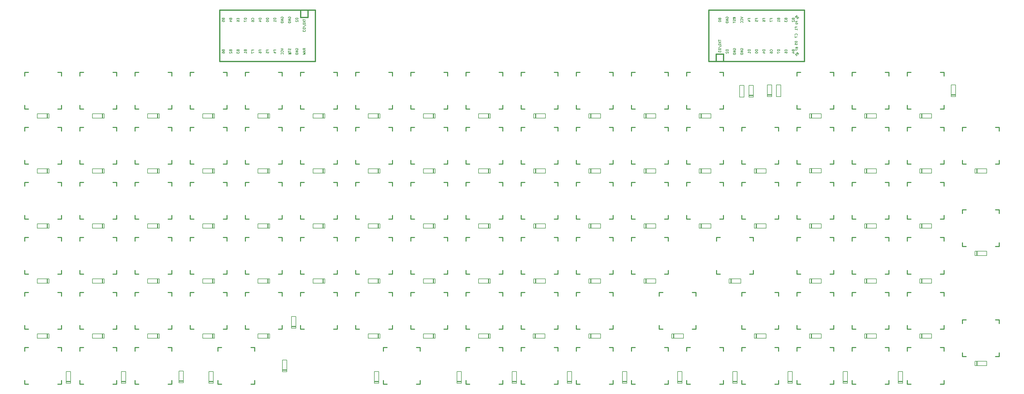
<source format=gbr>
%TF.GenerationSoftware,KiCad,Pcbnew,(5.1.6)-1*%
%TF.CreationDate,2021-03-17T18:03:01-05:00*%
%TF.ProjectId,ThreeToOne,54687265-6554-46f4-9f6e-652e6b696361,rev?*%
%TF.SameCoordinates,Original*%
%TF.FileFunction,Legend,Bot*%
%TF.FilePolarity,Positive*%
%FSLAX46Y46*%
G04 Gerber Fmt 4.6, Leading zero omitted, Abs format (unit mm)*
G04 Created by KiCad (PCBNEW (5.1.6)-1) date 2021-03-17 18:03:01*
%MOMM*%
%LPD*%
G01*
G04 APERTURE LIST*
%ADD10C,0.150000*%
%ADD11C,0.100000*%
%ADD12C,0.300000*%
%ADD13C,0.381000*%
G04 APERTURE END LIST*
D10*
%TO.C,R1*%
X471455750Y-152844500D02*
X469931750Y-152844500D01*
X471455750Y-148780500D02*
X471455750Y-152844500D01*
X469931750Y-152844500D02*
X469931750Y-148780500D01*
X469931750Y-148780500D02*
X471455750Y-148780500D01*
%TO.C,R0*%
X458755750Y-153003250D02*
X457231750Y-153003250D01*
X458755750Y-148939250D02*
X458755750Y-153003250D01*
X457231750Y-153003250D02*
X457231750Y-148939250D01*
X457231750Y-148939250D02*
X458755750Y-148939250D01*
%TO.C,LED1*%
X468280750Y-152844500D02*
X466756750Y-152844500D01*
X468280750Y-148780500D02*
X468280750Y-152844500D01*
D11*
G36*
X466756750Y-152082500D02*
G01*
X468280750Y-152082500D01*
X468280750Y-152336500D01*
X466756750Y-152336500D01*
X466756750Y-152082500D01*
G37*
X466756750Y-152082500D02*
X468280750Y-152082500D01*
X468280750Y-152336500D01*
X466756750Y-152336500D01*
X466756750Y-152082500D01*
D10*
X466756750Y-152844500D02*
X466756750Y-148780500D01*
X466756750Y-148780500D02*
X468280750Y-148780500D01*
%TO.C,LED0*%
X461930750Y-153003250D02*
X460406750Y-153003250D01*
X461930750Y-148939250D02*
X461930750Y-153003250D01*
D11*
G36*
X460406750Y-152241250D02*
G01*
X461930750Y-152241250D01*
X461930750Y-152495250D01*
X460406750Y-152495250D01*
X460406750Y-152241250D01*
G37*
X460406750Y-152241250D02*
X461930750Y-152241250D01*
X461930750Y-152495250D01*
X460406750Y-152495250D01*
X460406750Y-152241250D01*
D10*
X460406750Y-153003250D02*
X460406750Y-148939250D01*
X460406750Y-148939250D02*
X461930750Y-148939250D01*
D12*
%TO.C,SW4*%
X267493750Y-144462500D02*
X268763750Y-144462500D01*
X280193750Y-145732500D02*
X280193750Y-144462500D01*
X267493750Y-157162500D02*
X268763750Y-157162500D01*
X267493750Y-145732500D02*
X267493750Y-144462500D01*
X267493750Y-155892500D02*
X267493750Y-157162500D01*
X278923750Y-157162500D02*
X280193750Y-157162500D01*
X280193750Y-157162500D02*
X280193750Y-155892500D01*
X280193750Y-144462500D02*
X278923750Y-144462500D01*
%TO.C,SW7*%
X324643750Y-144462500D02*
X325913750Y-144462500D01*
X337343750Y-145732500D02*
X337343750Y-144462500D01*
X324643750Y-157162500D02*
X325913750Y-157162500D01*
X324643750Y-145732500D02*
X324643750Y-144462500D01*
X324643750Y-155892500D02*
X324643750Y-157162500D01*
X336073750Y-157162500D02*
X337343750Y-157162500D01*
X337343750Y-157162500D02*
X337343750Y-155892500D01*
X337343750Y-144462500D02*
X336073750Y-144462500D01*
%TO.C,SW6*%
X305593750Y-144462500D02*
X306863750Y-144462500D01*
X318293750Y-145732500D02*
X318293750Y-144462500D01*
X305593750Y-157162500D02*
X306863750Y-157162500D01*
X305593750Y-145732500D02*
X305593750Y-144462500D01*
X305593750Y-155892500D02*
X305593750Y-157162500D01*
X317023750Y-157162500D02*
X318293750Y-157162500D01*
X318293750Y-157162500D02*
X318293750Y-155892500D01*
X318293750Y-144462500D02*
X317023750Y-144462500D01*
D13*
%TO.C,U2*%
X451643750Y-138112500D02*
X451643750Y-140652500D01*
X449103750Y-138112500D02*
X451643750Y-138112500D01*
D10*
G36*
X455392780Y-125717865D02*
G01*
X455492780Y-125717865D01*
X455492780Y-125617865D01*
X455392780Y-125617865D01*
X455392780Y-125717865D01*
G37*
X455392780Y-125717865D02*
X455492780Y-125717865D01*
X455492780Y-125617865D01*
X455392780Y-125617865D01*
X455392780Y-125717865D01*
G36*
X454992780Y-125517865D02*
G01*
X455792780Y-125517865D01*
X455792780Y-125417865D01*
X454992780Y-125417865D01*
X454992780Y-125517865D01*
G37*
X454992780Y-125517865D02*
X455792780Y-125517865D01*
X455792780Y-125417865D01*
X454992780Y-125417865D01*
X454992780Y-125517865D01*
G36*
X455592780Y-125917865D02*
G01*
X455792780Y-125917865D01*
X455792780Y-125817865D01*
X455592780Y-125817865D01*
X455592780Y-125917865D01*
G37*
X455592780Y-125917865D02*
X455792780Y-125917865D01*
X455792780Y-125817865D01*
X455592780Y-125817865D01*
X455592780Y-125917865D01*
G36*
X454992780Y-125917865D02*
G01*
X455292780Y-125917865D01*
X455292780Y-125817865D01*
X454992780Y-125817865D01*
X454992780Y-125917865D01*
G37*
X454992780Y-125917865D02*
X455292780Y-125917865D01*
X455292780Y-125817865D01*
X454992780Y-125817865D01*
X454992780Y-125917865D01*
G36*
X454992780Y-125917865D02*
G01*
X455092780Y-125917865D01*
X455092780Y-125417865D01*
X454992780Y-125417865D01*
X454992780Y-125917865D01*
G37*
X454992780Y-125917865D02*
X455092780Y-125917865D01*
X455092780Y-125417865D01*
X454992780Y-125417865D01*
X454992780Y-125917865D01*
D13*
X479583750Y-122872500D02*
X446563750Y-122872500D01*
X479583750Y-140652500D02*
X479583750Y-122872500D01*
X446563750Y-140652500D02*
X479583750Y-140652500D01*
X446563750Y-122872500D02*
X446563750Y-140652500D01*
X449103750Y-138112500D02*
X449103750Y-140652500D01*
%TO.C,U1*%
X305593750Y-125412500D02*
X305593750Y-122872500D01*
X308133750Y-125412500D02*
X305593750Y-125412500D01*
D10*
G36*
X301844720Y-137807135D02*
G01*
X301744720Y-137807135D01*
X301744720Y-137907135D01*
X301844720Y-137907135D01*
X301844720Y-137807135D01*
G37*
X301844720Y-137807135D02*
X301744720Y-137807135D01*
X301744720Y-137907135D01*
X301844720Y-137907135D01*
X301844720Y-137807135D01*
G36*
X302244720Y-138007135D02*
G01*
X301444720Y-138007135D01*
X301444720Y-138107135D01*
X302244720Y-138107135D01*
X302244720Y-138007135D01*
G37*
X302244720Y-138007135D02*
X301444720Y-138007135D01*
X301444720Y-138107135D01*
X302244720Y-138107135D01*
X302244720Y-138007135D01*
G36*
X301644720Y-137607135D02*
G01*
X301444720Y-137607135D01*
X301444720Y-137707135D01*
X301644720Y-137707135D01*
X301644720Y-137607135D01*
G37*
X301644720Y-137607135D02*
X301444720Y-137607135D01*
X301444720Y-137707135D01*
X301644720Y-137707135D01*
X301644720Y-137607135D01*
G36*
X302244720Y-137607135D02*
G01*
X301944720Y-137607135D01*
X301944720Y-137707135D01*
X302244720Y-137707135D01*
X302244720Y-137607135D01*
G37*
X302244720Y-137607135D02*
X301944720Y-137607135D01*
X301944720Y-137707135D01*
X302244720Y-137707135D01*
X302244720Y-137607135D01*
G36*
X302244720Y-137607135D02*
G01*
X302144720Y-137607135D01*
X302144720Y-138107135D01*
X302244720Y-138107135D01*
X302244720Y-137607135D01*
G37*
X302244720Y-137607135D02*
X302144720Y-137607135D01*
X302144720Y-138107135D01*
X302244720Y-138107135D01*
X302244720Y-137607135D01*
D13*
X277653750Y-140652500D02*
X310673750Y-140652500D01*
X277653750Y-122872500D02*
X277653750Y-140652500D01*
X310673750Y-122872500D02*
X277653750Y-122872500D01*
X310673750Y-140652500D02*
X310673750Y-122872500D01*
X308133750Y-125412500D02*
X308133750Y-122872500D01*
D12*
%TO.C,SW69*%
X515143750Y-201612500D02*
X516413750Y-201612500D01*
X527843750Y-202882500D02*
X527843750Y-201612500D01*
X515143750Y-214312500D02*
X516413750Y-214312500D01*
X515143750Y-202882500D02*
X515143750Y-201612500D01*
X515143750Y-213042500D02*
X515143750Y-214312500D01*
X526573750Y-214312500D02*
X527843750Y-214312500D01*
X527843750Y-214312500D02*
X527843750Y-213042500D01*
X527843750Y-201612500D02*
X526573750Y-201612500D01*
D10*
%TO.C,D101*%
X513524500Y-252063250D02*
X512000500Y-252063250D01*
X513524500Y-247999250D02*
X513524500Y-252063250D01*
D11*
G36*
X512000500Y-251301250D02*
G01*
X513524500Y-251301250D01*
X513524500Y-251555250D01*
X512000500Y-251555250D01*
X512000500Y-251301250D01*
G37*
X512000500Y-251301250D02*
X513524500Y-251301250D01*
X513524500Y-251555250D01*
X512000500Y-251555250D01*
X512000500Y-251301250D01*
D10*
X512000500Y-252063250D02*
X512000500Y-247999250D01*
X512000500Y-247999250D02*
X513524500Y-247999250D01*
%TO.C,D100*%
X494474500Y-252063250D02*
X492950500Y-252063250D01*
X494474500Y-247999250D02*
X494474500Y-252063250D01*
D11*
G36*
X492950500Y-251301250D02*
G01*
X494474500Y-251301250D01*
X494474500Y-251555250D01*
X492950500Y-251555250D01*
X492950500Y-251301250D01*
G37*
X492950500Y-251301250D02*
X494474500Y-251301250D01*
X494474500Y-251555250D01*
X492950500Y-251555250D01*
X492950500Y-251301250D01*
D10*
X492950500Y-252063250D02*
X492950500Y-247999250D01*
X492950500Y-247999250D02*
X494474500Y-247999250D01*
%TO.C,D99*%
X475424500Y-252063250D02*
X473900500Y-252063250D01*
X475424500Y-247999250D02*
X475424500Y-252063250D01*
D11*
G36*
X473900500Y-251301250D02*
G01*
X475424500Y-251301250D01*
X475424500Y-251555250D01*
X473900500Y-251555250D01*
X473900500Y-251301250D01*
G37*
X473900500Y-251301250D02*
X475424500Y-251301250D01*
X475424500Y-251555250D01*
X473900500Y-251555250D01*
X473900500Y-251301250D01*
D10*
X473900500Y-252063250D02*
X473900500Y-247999250D01*
X473900500Y-247999250D02*
X475424500Y-247999250D01*
%TO.C,D98*%
X456374500Y-252063250D02*
X454850500Y-252063250D01*
X456374500Y-247999250D02*
X456374500Y-252063250D01*
D11*
G36*
X454850500Y-251301250D02*
G01*
X456374500Y-251301250D01*
X456374500Y-251555250D01*
X454850500Y-251555250D01*
X454850500Y-251301250D01*
G37*
X454850500Y-251301250D02*
X456374500Y-251301250D01*
X456374500Y-251555250D01*
X454850500Y-251555250D01*
X454850500Y-251301250D01*
D10*
X454850500Y-252063250D02*
X454850500Y-247999250D01*
X454850500Y-247999250D02*
X456374500Y-247999250D01*
%TO.C,D97*%
X437324500Y-252063250D02*
X435800500Y-252063250D01*
X437324500Y-247999250D02*
X437324500Y-252063250D01*
D11*
G36*
X435800500Y-251301250D02*
G01*
X437324500Y-251301250D01*
X437324500Y-251555250D01*
X435800500Y-251555250D01*
X435800500Y-251301250D01*
G37*
X435800500Y-251301250D02*
X437324500Y-251301250D01*
X437324500Y-251555250D01*
X435800500Y-251555250D01*
X435800500Y-251301250D01*
D10*
X435800500Y-252063250D02*
X435800500Y-247999250D01*
X435800500Y-247999250D02*
X437324500Y-247999250D01*
%TO.C,D96*%
X418274500Y-252063250D02*
X416750500Y-252063250D01*
X418274500Y-247999250D02*
X418274500Y-252063250D01*
D11*
G36*
X416750500Y-251301250D02*
G01*
X418274500Y-251301250D01*
X418274500Y-251555250D01*
X416750500Y-251555250D01*
X416750500Y-251301250D01*
G37*
X416750500Y-251301250D02*
X418274500Y-251301250D01*
X418274500Y-251555250D01*
X416750500Y-251555250D01*
X416750500Y-251301250D01*
D10*
X416750500Y-252063250D02*
X416750500Y-247999250D01*
X416750500Y-247999250D02*
X418274500Y-247999250D01*
%TO.C,D95*%
X399224500Y-252063250D02*
X397700500Y-252063250D01*
X399224500Y-247999250D02*
X399224500Y-252063250D01*
D11*
G36*
X397700500Y-251301250D02*
G01*
X399224500Y-251301250D01*
X399224500Y-251555250D01*
X397700500Y-251555250D01*
X397700500Y-251301250D01*
G37*
X397700500Y-251301250D02*
X399224500Y-251301250D01*
X399224500Y-251555250D01*
X397700500Y-251555250D01*
X397700500Y-251301250D01*
D10*
X397700500Y-252063250D02*
X397700500Y-247999250D01*
X397700500Y-247999250D02*
X399224500Y-247999250D01*
%TO.C,D94*%
X380174500Y-252063250D02*
X378650500Y-252063250D01*
X380174500Y-247999250D02*
X380174500Y-252063250D01*
D11*
G36*
X378650500Y-251301250D02*
G01*
X380174500Y-251301250D01*
X380174500Y-251555250D01*
X378650500Y-251555250D01*
X378650500Y-251301250D01*
G37*
X378650500Y-251301250D02*
X380174500Y-251301250D01*
X380174500Y-251555250D01*
X378650500Y-251555250D01*
X378650500Y-251301250D01*
D10*
X378650500Y-252063250D02*
X378650500Y-247999250D01*
X378650500Y-247999250D02*
X380174500Y-247999250D01*
%TO.C,D93*%
X361124500Y-252063250D02*
X359600500Y-252063250D01*
X361124500Y-247999250D02*
X361124500Y-252063250D01*
D11*
G36*
X359600500Y-251301250D02*
G01*
X361124500Y-251301250D01*
X361124500Y-251555250D01*
X359600500Y-251555250D01*
X359600500Y-251301250D01*
G37*
X359600500Y-251301250D02*
X361124500Y-251301250D01*
X361124500Y-251555250D01*
X359600500Y-251555250D01*
X359600500Y-251301250D01*
D10*
X359600500Y-252063250D02*
X359600500Y-247999250D01*
X359600500Y-247999250D02*
X361124500Y-247999250D01*
%TO.C,D92*%
X332549500Y-252063250D02*
X331025500Y-252063250D01*
X332549500Y-247999250D02*
X332549500Y-252063250D01*
D11*
G36*
X331025500Y-251301250D02*
G01*
X332549500Y-251301250D01*
X332549500Y-251555250D01*
X331025500Y-251555250D01*
X331025500Y-251301250D01*
G37*
X331025500Y-251301250D02*
X332549500Y-251301250D01*
X332549500Y-251555250D01*
X331025500Y-251555250D01*
X331025500Y-251301250D01*
D10*
X331025500Y-252063250D02*
X331025500Y-247999250D01*
X331025500Y-247999250D02*
X332549500Y-247999250D01*
%TO.C,D91*%
X300799500Y-248094500D02*
X299275500Y-248094500D01*
X300799500Y-244030500D02*
X300799500Y-248094500D01*
D11*
G36*
X299275500Y-247332500D02*
G01*
X300799500Y-247332500D01*
X300799500Y-247586500D01*
X299275500Y-247586500D01*
X299275500Y-247332500D01*
G37*
X299275500Y-247332500D02*
X300799500Y-247332500D01*
X300799500Y-247586500D01*
X299275500Y-247586500D01*
X299275500Y-247332500D01*
D10*
X299275500Y-248094500D02*
X299275500Y-244030500D01*
X299275500Y-244030500D02*
X300799500Y-244030500D01*
%TO.C,D90*%
X275399500Y-252063250D02*
X273875500Y-252063250D01*
X275399500Y-247999250D02*
X275399500Y-252063250D01*
D11*
G36*
X273875500Y-251301250D02*
G01*
X275399500Y-251301250D01*
X275399500Y-251555250D01*
X273875500Y-251555250D01*
X273875500Y-251301250D01*
G37*
X273875500Y-251301250D02*
X275399500Y-251301250D01*
X275399500Y-251555250D01*
X273875500Y-251555250D01*
X273875500Y-251301250D01*
D10*
X273875500Y-252063250D02*
X273875500Y-247999250D01*
X273875500Y-247999250D02*
X275399500Y-247999250D01*
%TO.C,D89*%
X265080750Y-251904500D02*
X263556750Y-251904500D01*
X265080750Y-247840500D02*
X265080750Y-251904500D01*
D11*
G36*
X263556750Y-251142500D02*
G01*
X265080750Y-251142500D01*
X265080750Y-251396500D01*
X263556750Y-251396500D01*
X263556750Y-251142500D01*
G37*
X263556750Y-251142500D02*
X265080750Y-251142500D01*
X265080750Y-251396500D01*
X263556750Y-251396500D01*
X263556750Y-251142500D01*
D10*
X263556750Y-251904500D02*
X263556750Y-247840500D01*
X263556750Y-247840500D02*
X265080750Y-247840500D01*
%TO.C,D88*%
X245237000Y-252063250D02*
X243713000Y-252063250D01*
X245237000Y-247999250D02*
X245237000Y-252063250D01*
D11*
G36*
X243713000Y-251301250D02*
G01*
X245237000Y-251301250D01*
X245237000Y-251555250D01*
X243713000Y-251555250D01*
X243713000Y-251301250D01*
G37*
X243713000Y-251301250D02*
X245237000Y-251301250D01*
X245237000Y-251555250D01*
X243713000Y-251555250D01*
X243713000Y-251301250D01*
D10*
X243713000Y-252063250D02*
X243713000Y-247999250D01*
X243713000Y-247999250D02*
X245237000Y-247999250D01*
%TO.C,D87*%
X226187000Y-252063250D02*
X224663000Y-252063250D01*
X226187000Y-247999250D02*
X226187000Y-252063250D01*
D11*
G36*
X224663000Y-251301250D02*
G01*
X226187000Y-251301250D01*
X226187000Y-251555250D01*
X224663000Y-251555250D01*
X224663000Y-251301250D01*
G37*
X224663000Y-251301250D02*
X226187000Y-251301250D01*
X226187000Y-251555250D01*
X224663000Y-251555250D01*
X224663000Y-251301250D01*
D10*
X224663000Y-252063250D02*
X224663000Y-247999250D01*
X224663000Y-247999250D02*
X226187000Y-247999250D01*
%TO.C,D86*%
X538511750Y-246030750D02*
X538511750Y-244506750D01*
X542575750Y-246030750D02*
X538511750Y-246030750D01*
D11*
G36*
X539273750Y-244506750D02*
G01*
X539273750Y-246030750D01*
X539019750Y-246030750D01*
X539019750Y-244506750D01*
X539273750Y-244506750D01*
G37*
X539273750Y-244506750D02*
X539273750Y-246030750D01*
X539019750Y-246030750D01*
X539019750Y-244506750D01*
X539273750Y-244506750D01*
D10*
X538511750Y-244506750D02*
X542575750Y-244506750D01*
X542575750Y-244506750D02*
X542575750Y-246030750D01*
%TO.C,D85*%
X519461750Y-236505750D02*
X519461750Y-234981750D01*
X523525750Y-236505750D02*
X519461750Y-236505750D01*
D11*
G36*
X520223750Y-234981750D02*
G01*
X520223750Y-236505750D01*
X519969750Y-236505750D01*
X519969750Y-234981750D01*
X520223750Y-234981750D01*
G37*
X520223750Y-234981750D02*
X520223750Y-236505750D01*
X519969750Y-236505750D01*
X519969750Y-234981750D01*
X520223750Y-234981750D01*
D10*
X519461750Y-234981750D02*
X523525750Y-234981750D01*
X523525750Y-234981750D02*
X523525750Y-236505750D01*
%TO.C,D84*%
X500411750Y-236505750D02*
X500411750Y-234981750D01*
X504475750Y-236505750D02*
X500411750Y-236505750D01*
D11*
G36*
X501173750Y-234981750D02*
G01*
X501173750Y-236505750D01*
X500919750Y-236505750D01*
X500919750Y-234981750D01*
X501173750Y-234981750D01*
G37*
X501173750Y-234981750D02*
X501173750Y-236505750D01*
X500919750Y-236505750D01*
X500919750Y-234981750D01*
X501173750Y-234981750D01*
D10*
X500411750Y-234981750D02*
X504475750Y-234981750D01*
X504475750Y-234981750D02*
X504475750Y-236505750D01*
%TO.C,D83*%
X481361750Y-236505750D02*
X481361750Y-234981750D01*
X485425750Y-236505750D02*
X481361750Y-236505750D01*
D11*
G36*
X482123750Y-234981750D02*
G01*
X482123750Y-236505750D01*
X481869750Y-236505750D01*
X481869750Y-234981750D01*
X482123750Y-234981750D01*
G37*
X482123750Y-234981750D02*
X482123750Y-236505750D01*
X481869750Y-236505750D01*
X481869750Y-234981750D01*
X482123750Y-234981750D01*
D10*
X481361750Y-234981750D02*
X485425750Y-234981750D01*
X485425750Y-234981750D02*
X485425750Y-236505750D01*
%TO.C,D82*%
X462311750Y-236505750D02*
X462311750Y-234981750D01*
X466375750Y-236505750D02*
X462311750Y-236505750D01*
D11*
G36*
X463073750Y-234981750D02*
G01*
X463073750Y-236505750D01*
X462819750Y-236505750D01*
X462819750Y-234981750D01*
X463073750Y-234981750D01*
G37*
X463073750Y-234981750D02*
X463073750Y-236505750D01*
X462819750Y-236505750D01*
X462819750Y-234981750D01*
X463073750Y-234981750D01*
D10*
X462311750Y-234981750D02*
X466375750Y-234981750D01*
X466375750Y-234981750D02*
X466375750Y-236505750D01*
%TO.C,D81*%
X433736750Y-236505750D02*
X433736750Y-234981750D01*
X437800750Y-236505750D02*
X433736750Y-236505750D01*
D11*
G36*
X434498750Y-234981750D02*
G01*
X434498750Y-236505750D01*
X434244750Y-236505750D01*
X434244750Y-234981750D01*
X434498750Y-234981750D01*
G37*
X434498750Y-234981750D02*
X434498750Y-236505750D01*
X434244750Y-236505750D01*
X434244750Y-234981750D01*
X434498750Y-234981750D01*
D10*
X433736750Y-234981750D02*
X437800750Y-234981750D01*
X437800750Y-234981750D02*
X437800750Y-236505750D01*
%TO.C,D80*%
X405161750Y-236505750D02*
X405161750Y-234981750D01*
X409225750Y-236505750D02*
X405161750Y-236505750D01*
D11*
G36*
X405923750Y-234981750D02*
G01*
X405923750Y-236505750D01*
X405669750Y-236505750D01*
X405669750Y-234981750D01*
X405923750Y-234981750D01*
G37*
X405923750Y-234981750D02*
X405923750Y-236505750D01*
X405669750Y-236505750D01*
X405669750Y-234981750D01*
X405923750Y-234981750D01*
D10*
X405161750Y-234981750D02*
X409225750Y-234981750D01*
X409225750Y-234981750D02*
X409225750Y-236505750D01*
%TO.C,D79*%
X385953000Y-236505750D02*
X385953000Y-234981750D01*
X390017000Y-236505750D02*
X385953000Y-236505750D01*
D11*
G36*
X386715000Y-234981750D02*
G01*
X386715000Y-236505750D01*
X386461000Y-236505750D01*
X386461000Y-234981750D01*
X386715000Y-234981750D01*
G37*
X386715000Y-234981750D02*
X386715000Y-236505750D01*
X386461000Y-236505750D01*
X386461000Y-234981750D01*
X386715000Y-234981750D01*
D10*
X385953000Y-234981750D02*
X390017000Y-234981750D01*
X390017000Y-234981750D02*
X390017000Y-236505750D01*
%TO.C,D78*%
X371125750Y-234981750D02*
X371125750Y-236505750D01*
X367061750Y-234981750D02*
X371125750Y-234981750D01*
D11*
G36*
X370363750Y-236505750D02*
G01*
X370363750Y-234981750D01*
X370617750Y-234981750D01*
X370617750Y-236505750D01*
X370363750Y-236505750D01*
G37*
X370363750Y-236505750D02*
X370363750Y-234981750D01*
X370617750Y-234981750D01*
X370617750Y-236505750D01*
X370363750Y-236505750D01*
D10*
X371125750Y-236505750D02*
X367061750Y-236505750D01*
X367061750Y-236505750D02*
X367061750Y-234981750D01*
%TO.C,D77*%
X352075750Y-234981750D02*
X352075750Y-236505750D01*
X348011750Y-234981750D02*
X352075750Y-234981750D01*
D11*
G36*
X351313750Y-236505750D02*
G01*
X351313750Y-234981750D01*
X351567750Y-234981750D01*
X351567750Y-236505750D01*
X351313750Y-236505750D01*
G37*
X351313750Y-236505750D02*
X351313750Y-234981750D01*
X351567750Y-234981750D01*
X351567750Y-236505750D01*
X351313750Y-236505750D01*
D10*
X352075750Y-236505750D02*
X348011750Y-236505750D01*
X348011750Y-236505750D02*
X348011750Y-234981750D01*
%TO.C,D76*%
X333025750Y-234981750D02*
X333025750Y-236505750D01*
X328961750Y-234981750D02*
X333025750Y-234981750D01*
D11*
G36*
X332263750Y-236505750D02*
G01*
X332263750Y-234981750D01*
X332517750Y-234981750D01*
X332517750Y-236505750D01*
X332263750Y-236505750D01*
G37*
X332263750Y-236505750D02*
X332263750Y-234981750D01*
X332517750Y-234981750D01*
X332517750Y-236505750D01*
X332263750Y-236505750D01*
D10*
X333025750Y-236505750D02*
X328961750Y-236505750D01*
X328961750Y-236505750D02*
X328961750Y-234981750D01*
%TO.C,D75*%
X303974500Y-233013250D02*
X302450500Y-233013250D01*
X303974500Y-228949250D02*
X303974500Y-233013250D01*
D11*
G36*
X302450500Y-232251250D02*
G01*
X303974500Y-232251250D01*
X303974500Y-232505250D01*
X302450500Y-232505250D01*
X302450500Y-232251250D01*
G37*
X302450500Y-232251250D02*
X303974500Y-232251250D01*
X303974500Y-232505250D01*
X302450500Y-232505250D01*
X302450500Y-232251250D01*
D10*
X302450500Y-233013250D02*
X302450500Y-228949250D01*
X302450500Y-228949250D02*
X303974500Y-228949250D01*
%TO.C,D74*%
X294925750Y-234981750D02*
X294925750Y-236505750D01*
X290861750Y-234981750D02*
X294925750Y-234981750D01*
D11*
G36*
X294163750Y-236505750D02*
G01*
X294163750Y-234981750D01*
X294417750Y-234981750D01*
X294417750Y-236505750D01*
X294163750Y-236505750D01*
G37*
X294163750Y-236505750D02*
X294163750Y-234981750D01*
X294417750Y-234981750D01*
X294417750Y-236505750D01*
X294163750Y-236505750D01*
D10*
X294925750Y-236505750D02*
X290861750Y-236505750D01*
X290861750Y-236505750D02*
X290861750Y-234981750D01*
%TO.C,D73*%
X275875750Y-234981750D02*
X275875750Y-236505750D01*
X271811750Y-234981750D02*
X275875750Y-234981750D01*
D11*
G36*
X275113750Y-236505750D02*
G01*
X275113750Y-234981750D01*
X275367750Y-234981750D01*
X275367750Y-236505750D01*
X275113750Y-236505750D01*
G37*
X275113750Y-236505750D02*
X275113750Y-234981750D01*
X275367750Y-234981750D01*
X275367750Y-236505750D01*
X275113750Y-236505750D01*
D10*
X275875750Y-236505750D02*
X271811750Y-236505750D01*
X271811750Y-236505750D02*
X271811750Y-234981750D01*
%TO.C,D72*%
X256825750Y-234981750D02*
X256825750Y-236505750D01*
X252761750Y-234981750D02*
X256825750Y-234981750D01*
D11*
G36*
X256063750Y-236505750D02*
G01*
X256063750Y-234981750D01*
X256317750Y-234981750D01*
X256317750Y-236505750D01*
X256063750Y-236505750D01*
G37*
X256063750Y-236505750D02*
X256063750Y-234981750D01*
X256317750Y-234981750D01*
X256317750Y-236505750D01*
X256063750Y-236505750D01*
D10*
X256825750Y-236505750D02*
X252761750Y-236505750D01*
X252761750Y-236505750D02*
X252761750Y-234981750D01*
%TO.C,D71*%
X237775750Y-234981750D02*
X237775750Y-236505750D01*
X233711750Y-234981750D02*
X237775750Y-234981750D01*
D11*
G36*
X237013750Y-236505750D02*
G01*
X237013750Y-234981750D01*
X237267750Y-234981750D01*
X237267750Y-236505750D01*
X237013750Y-236505750D01*
G37*
X237013750Y-236505750D02*
X237013750Y-234981750D01*
X237267750Y-234981750D01*
X237267750Y-236505750D01*
X237013750Y-236505750D01*
D10*
X237775750Y-236505750D02*
X233711750Y-236505750D01*
X233711750Y-236505750D02*
X233711750Y-234981750D01*
%TO.C,D70*%
X218725750Y-234981750D02*
X218725750Y-236505750D01*
X214661750Y-234981750D02*
X218725750Y-234981750D01*
D11*
G36*
X217963750Y-236505750D02*
G01*
X217963750Y-234981750D01*
X218217750Y-234981750D01*
X218217750Y-236505750D01*
X217963750Y-236505750D01*
G37*
X217963750Y-236505750D02*
X217963750Y-234981750D01*
X218217750Y-234981750D01*
X218217750Y-236505750D01*
X217963750Y-236505750D01*
D10*
X218725750Y-236505750D02*
X214661750Y-236505750D01*
X214661750Y-236505750D02*
X214661750Y-234981750D01*
%TO.C,D69*%
X519461750Y-217455750D02*
X519461750Y-215931750D01*
X523525750Y-217455750D02*
X519461750Y-217455750D01*
D11*
G36*
X520223750Y-215931750D02*
G01*
X520223750Y-217455750D01*
X519969750Y-217455750D01*
X519969750Y-215931750D01*
X520223750Y-215931750D01*
G37*
X520223750Y-215931750D02*
X520223750Y-217455750D01*
X519969750Y-217455750D01*
X519969750Y-215931750D01*
X520223750Y-215931750D01*
D10*
X519461750Y-215931750D02*
X523525750Y-215931750D01*
X523525750Y-215931750D02*
X523525750Y-217455750D01*
%TO.C,D68*%
X500411750Y-217455750D02*
X500411750Y-215931750D01*
X504475750Y-217455750D02*
X500411750Y-217455750D01*
D11*
G36*
X501173750Y-215931750D02*
G01*
X501173750Y-217455750D01*
X500919750Y-217455750D01*
X500919750Y-215931750D01*
X501173750Y-215931750D01*
G37*
X501173750Y-215931750D02*
X501173750Y-217455750D01*
X500919750Y-217455750D01*
X500919750Y-215931750D01*
X501173750Y-215931750D01*
D10*
X500411750Y-215931750D02*
X504475750Y-215931750D01*
X504475750Y-215931750D02*
X504475750Y-217455750D01*
%TO.C,D67*%
X481361750Y-217455750D02*
X481361750Y-215931750D01*
X485425750Y-217455750D02*
X481361750Y-217455750D01*
D11*
G36*
X482123750Y-215931750D02*
G01*
X482123750Y-217455750D01*
X481869750Y-217455750D01*
X481869750Y-215931750D01*
X482123750Y-215931750D01*
G37*
X482123750Y-215931750D02*
X482123750Y-217455750D01*
X481869750Y-217455750D01*
X481869750Y-215931750D01*
X482123750Y-215931750D01*
D10*
X481361750Y-215931750D02*
X485425750Y-215931750D01*
X485425750Y-215931750D02*
X485425750Y-217455750D01*
%TO.C,D66*%
X453580500Y-217455750D02*
X453580500Y-215931750D01*
X457644500Y-217455750D02*
X453580500Y-217455750D01*
D11*
G36*
X454342500Y-215931750D02*
G01*
X454342500Y-217455750D01*
X454088500Y-217455750D01*
X454088500Y-215931750D01*
X454342500Y-215931750D01*
G37*
X454342500Y-215931750D02*
X454342500Y-217455750D01*
X454088500Y-217455750D01*
X454088500Y-215931750D01*
X454342500Y-215931750D01*
D10*
X453580500Y-215931750D02*
X457644500Y-215931750D01*
X457644500Y-215931750D02*
X457644500Y-217455750D01*
%TO.C,D65*%
X424211750Y-217455750D02*
X424211750Y-215931750D01*
X428275750Y-217455750D02*
X424211750Y-217455750D01*
D11*
G36*
X424973750Y-215931750D02*
G01*
X424973750Y-217455750D01*
X424719750Y-217455750D01*
X424719750Y-215931750D01*
X424973750Y-215931750D01*
G37*
X424973750Y-215931750D02*
X424973750Y-217455750D01*
X424719750Y-217455750D01*
X424719750Y-215931750D01*
X424973750Y-215931750D01*
D10*
X424211750Y-215931750D02*
X428275750Y-215931750D01*
X428275750Y-215931750D02*
X428275750Y-217455750D01*
%TO.C,D64*%
X405161750Y-217455750D02*
X405161750Y-215931750D01*
X409225750Y-217455750D02*
X405161750Y-217455750D01*
D11*
G36*
X405923750Y-215931750D02*
G01*
X405923750Y-217455750D01*
X405669750Y-217455750D01*
X405669750Y-215931750D01*
X405923750Y-215931750D01*
G37*
X405923750Y-215931750D02*
X405923750Y-217455750D01*
X405669750Y-217455750D01*
X405669750Y-215931750D01*
X405923750Y-215931750D01*
D10*
X405161750Y-215931750D02*
X409225750Y-215931750D01*
X409225750Y-215931750D02*
X409225750Y-217455750D01*
%TO.C,D63*%
X386111750Y-217455750D02*
X386111750Y-215931750D01*
X390175750Y-217455750D02*
X386111750Y-217455750D01*
D11*
G36*
X386873750Y-215931750D02*
G01*
X386873750Y-217455750D01*
X386619750Y-217455750D01*
X386619750Y-215931750D01*
X386873750Y-215931750D01*
G37*
X386873750Y-215931750D02*
X386873750Y-217455750D01*
X386619750Y-217455750D01*
X386619750Y-215931750D01*
X386873750Y-215931750D01*
D10*
X386111750Y-215931750D02*
X390175750Y-215931750D01*
X390175750Y-215931750D02*
X390175750Y-217455750D01*
%TO.C,D62*%
X371125750Y-215931750D02*
X371125750Y-217455750D01*
X367061750Y-215931750D02*
X371125750Y-215931750D01*
D11*
G36*
X370363750Y-217455750D02*
G01*
X370363750Y-215931750D01*
X370617750Y-215931750D01*
X370617750Y-217455750D01*
X370363750Y-217455750D01*
G37*
X370363750Y-217455750D02*
X370363750Y-215931750D01*
X370617750Y-215931750D01*
X370617750Y-217455750D01*
X370363750Y-217455750D01*
D10*
X371125750Y-217455750D02*
X367061750Y-217455750D01*
X367061750Y-217455750D02*
X367061750Y-215931750D01*
%TO.C,D61*%
X352075750Y-215931750D02*
X352075750Y-217455750D01*
X348011750Y-215931750D02*
X352075750Y-215931750D01*
D11*
G36*
X351313750Y-217455750D02*
G01*
X351313750Y-215931750D01*
X351567750Y-215931750D01*
X351567750Y-217455750D01*
X351313750Y-217455750D01*
G37*
X351313750Y-217455750D02*
X351313750Y-215931750D01*
X351567750Y-215931750D01*
X351567750Y-217455750D01*
X351313750Y-217455750D01*
D10*
X352075750Y-217455750D02*
X348011750Y-217455750D01*
X348011750Y-217455750D02*
X348011750Y-215931750D01*
%TO.C,D60*%
X333025750Y-215931750D02*
X333025750Y-217455750D01*
X328961750Y-215931750D02*
X333025750Y-215931750D01*
D11*
G36*
X332263750Y-217455750D02*
G01*
X332263750Y-215931750D01*
X332517750Y-215931750D01*
X332517750Y-217455750D01*
X332263750Y-217455750D01*
G37*
X332263750Y-217455750D02*
X332263750Y-215931750D01*
X332517750Y-215931750D01*
X332517750Y-217455750D01*
X332263750Y-217455750D01*
D10*
X333025750Y-217455750D02*
X328961750Y-217455750D01*
X328961750Y-217455750D02*
X328961750Y-215931750D01*
%TO.C,D59*%
X313975750Y-215931750D02*
X313975750Y-217455750D01*
X309911750Y-215931750D02*
X313975750Y-215931750D01*
D11*
G36*
X313213750Y-217455750D02*
G01*
X313213750Y-215931750D01*
X313467750Y-215931750D01*
X313467750Y-217455750D01*
X313213750Y-217455750D01*
G37*
X313213750Y-217455750D02*
X313213750Y-215931750D01*
X313467750Y-215931750D01*
X313467750Y-217455750D01*
X313213750Y-217455750D01*
D10*
X313975750Y-217455750D02*
X309911750Y-217455750D01*
X309911750Y-217455750D02*
X309911750Y-215931750D01*
%TO.C,D58*%
X294925750Y-215931750D02*
X294925750Y-217455750D01*
X290861750Y-215931750D02*
X294925750Y-215931750D01*
D11*
G36*
X294163750Y-217455750D02*
G01*
X294163750Y-215931750D01*
X294417750Y-215931750D01*
X294417750Y-217455750D01*
X294163750Y-217455750D01*
G37*
X294163750Y-217455750D02*
X294163750Y-215931750D01*
X294417750Y-215931750D01*
X294417750Y-217455750D01*
X294163750Y-217455750D01*
D10*
X294925750Y-217455750D02*
X290861750Y-217455750D01*
X290861750Y-217455750D02*
X290861750Y-215931750D01*
%TO.C,D57*%
X275875750Y-215931750D02*
X275875750Y-217455750D01*
X271811750Y-215931750D02*
X275875750Y-215931750D01*
D11*
G36*
X275113750Y-217455750D02*
G01*
X275113750Y-215931750D01*
X275367750Y-215931750D01*
X275367750Y-217455750D01*
X275113750Y-217455750D01*
G37*
X275113750Y-217455750D02*
X275113750Y-215931750D01*
X275367750Y-215931750D01*
X275367750Y-217455750D01*
X275113750Y-217455750D01*
D10*
X275875750Y-217455750D02*
X271811750Y-217455750D01*
X271811750Y-217455750D02*
X271811750Y-215931750D01*
%TO.C,D56*%
X256825750Y-215931750D02*
X256825750Y-217455750D01*
X252761750Y-215931750D02*
X256825750Y-215931750D01*
D11*
G36*
X256063750Y-217455750D02*
G01*
X256063750Y-215931750D01*
X256317750Y-215931750D01*
X256317750Y-217455750D01*
X256063750Y-217455750D01*
G37*
X256063750Y-217455750D02*
X256063750Y-215931750D01*
X256317750Y-215931750D01*
X256317750Y-217455750D01*
X256063750Y-217455750D01*
D10*
X256825750Y-217455750D02*
X252761750Y-217455750D01*
X252761750Y-217455750D02*
X252761750Y-215931750D01*
%TO.C,D55*%
X237775750Y-215931750D02*
X237775750Y-217455750D01*
X233711750Y-215931750D02*
X237775750Y-215931750D01*
D11*
G36*
X237013750Y-217455750D02*
G01*
X237013750Y-215931750D01*
X237267750Y-215931750D01*
X237267750Y-217455750D01*
X237013750Y-217455750D01*
G37*
X237013750Y-217455750D02*
X237013750Y-215931750D01*
X237267750Y-215931750D01*
X237267750Y-217455750D01*
X237013750Y-217455750D01*
D10*
X237775750Y-217455750D02*
X233711750Y-217455750D01*
X233711750Y-217455750D02*
X233711750Y-215931750D01*
%TO.C,D54*%
X218725750Y-215931750D02*
X218725750Y-217455750D01*
X214661750Y-215931750D02*
X218725750Y-215931750D01*
D11*
G36*
X217963750Y-217455750D02*
G01*
X217963750Y-215931750D01*
X218217750Y-215931750D01*
X218217750Y-217455750D01*
X217963750Y-217455750D01*
G37*
X217963750Y-217455750D02*
X217963750Y-215931750D01*
X218217750Y-215931750D01*
X218217750Y-217455750D01*
X217963750Y-217455750D01*
D10*
X218725750Y-217455750D02*
X214661750Y-217455750D01*
X214661750Y-217455750D02*
X214661750Y-215931750D01*
%TO.C,D53*%
X538511750Y-207930750D02*
X538511750Y-206406750D01*
X542575750Y-207930750D02*
X538511750Y-207930750D01*
D11*
G36*
X539273750Y-206406750D02*
G01*
X539273750Y-207930750D01*
X539019750Y-207930750D01*
X539019750Y-206406750D01*
X539273750Y-206406750D01*
G37*
X539273750Y-206406750D02*
X539273750Y-207930750D01*
X539019750Y-207930750D01*
X539019750Y-206406750D01*
X539273750Y-206406750D01*
D10*
X538511750Y-206406750D02*
X542575750Y-206406750D01*
X542575750Y-206406750D02*
X542575750Y-207930750D01*
%TO.C,D52*%
X519461750Y-198405750D02*
X519461750Y-196881750D01*
X523525750Y-198405750D02*
X519461750Y-198405750D01*
D11*
G36*
X520223750Y-196881750D02*
G01*
X520223750Y-198405750D01*
X519969750Y-198405750D01*
X519969750Y-196881750D01*
X520223750Y-196881750D01*
G37*
X520223750Y-196881750D02*
X520223750Y-198405750D01*
X519969750Y-198405750D01*
X519969750Y-196881750D01*
X520223750Y-196881750D01*
D10*
X519461750Y-196881750D02*
X523525750Y-196881750D01*
X523525750Y-196881750D02*
X523525750Y-198405750D01*
%TO.C,D51*%
X500411750Y-198405750D02*
X500411750Y-196881750D01*
X504475750Y-198405750D02*
X500411750Y-198405750D01*
D11*
G36*
X501173750Y-196881750D02*
G01*
X501173750Y-198405750D01*
X500919750Y-198405750D01*
X500919750Y-196881750D01*
X501173750Y-196881750D01*
G37*
X501173750Y-196881750D02*
X501173750Y-198405750D01*
X500919750Y-198405750D01*
X500919750Y-196881750D01*
X501173750Y-196881750D01*
D10*
X500411750Y-196881750D02*
X504475750Y-196881750D01*
X504475750Y-196881750D02*
X504475750Y-198405750D01*
%TO.C,D50*%
X481361750Y-198405750D02*
X481361750Y-196881750D01*
X485425750Y-198405750D02*
X481361750Y-198405750D01*
D11*
G36*
X482123750Y-196881750D02*
G01*
X482123750Y-198405750D01*
X481869750Y-198405750D01*
X481869750Y-196881750D01*
X482123750Y-196881750D01*
G37*
X482123750Y-196881750D02*
X482123750Y-198405750D01*
X481869750Y-198405750D01*
X481869750Y-196881750D01*
X482123750Y-196881750D01*
D10*
X481361750Y-196881750D02*
X485425750Y-196881750D01*
X485425750Y-196881750D02*
X485425750Y-198405750D01*
%TO.C,D49*%
X462311750Y-198405750D02*
X462311750Y-196881750D01*
X466375750Y-198405750D02*
X462311750Y-198405750D01*
D11*
G36*
X463073750Y-196881750D02*
G01*
X463073750Y-198405750D01*
X462819750Y-198405750D01*
X462819750Y-196881750D01*
X463073750Y-196881750D01*
G37*
X463073750Y-196881750D02*
X463073750Y-198405750D01*
X462819750Y-198405750D01*
X462819750Y-196881750D01*
X463073750Y-196881750D01*
D10*
X462311750Y-196881750D02*
X466375750Y-196881750D01*
X466375750Y-196881750D02*
X466375750Y-198405750D01*
%TO.C,D48*%
X443261750Y-198405750D02*
X443261750Y-196881750D01*
X447325750Y-198405750D02*
X443261750Y-198405750D01*
D11*
G36*
X444023750Y-196881750D02*
G01*
X444023750Y-198405750D01*
X443769750Y-198405750D01*
X443769750Y-196881750D01*
X444023750Y-196881750D01*
G37*
X444023750Y-196881750D02*
X444023750Y-198405750D01*
X443769750Y-198405750D01*
X443769750Y-196881750D01*
X444023750Y-196881750D01*
D10*
X443261750Y-196881750D02*
X447325750Y-196881750D01*
X447325750Y-196881750D02*
X447325750Y-198405750D01*
%TO.C,D47*%
X424211750Y-198405750D02*
X424211750Y-196881750D01*
X428275750Y-198405750D02*
X424211750Y-198405750D01*
D11*
G36*
X424973750Y-196881750D02*
G01*
X424973750Y-198405750D01*
X424719750Y-198405750D01*
X424719750Y-196881750D01*
X424973750Y-196881750D01*
G37*
X424973750Y-196881750D02*
X424973750Y-198405750D01*
X424719750Y-198405750D01*
X424719750Y-196881750D01*
X424973750Y-196881750D01*
D10*
X424211750Y-196881750D02*
X428275750Y-196881750D01*
X428275750Y-196881750D02*
X428275750Y-198405750D01*
%TO.C,D46*%
X405161750Y-198405750D02*
X405161750Y-196881750D01*
X409225750Y-198405750D02*
X405161750Y-198405750D01*
D11*
G36*
X405923750Y-196881750D02*
G01*
X405923750Y-198405750D01*
X405669750Y-198405750D01*
X405669750Y-196881750D01*
X405923750Y-196881750D01*
G37*
X405923750Y-196881750D02*
X405923750Y-198405750D01*
X405669750Y-198405750D01*
X405669750Y-196881750D01*
X405923750Y-196881750D01*
D10*
X405161750Y-196881750D02*
X409225750Y-196881750D01*
X409225750Y-196881750D02*
X409225750Y-198405750D01*
%TO.C,D45*%
X386111750Y-198405750D02*
X386111750Y-196881750D01*
X390175750Y-198405750D02*
X386111750Y-198405750D01*
D11*
G36*
X386873750Y-196881750D02*
G01*
X386873750Y-198405750D01*
X386619750Y-198405750D01*
X386619750Y-196881750D01*
X386873750Y-196881750D01*
G37*
X386873750Y-196881750D02*
X386873750Y-198405750D01*
X386619750Y-198405750D01*
X386619750Y-196881750D01*
X386873750Y-196881750D01*
D10*
X386111750Y-196881750D02*
X390175750Y-196881750D01*
X390175750Y-196881750D02*
X390175750Y-198405750D01*
%TO.C,D44*%
X371125750Y-196881750D02*
X371125750Y-198405750D01*
X367061750Y-196881750D02*
X371125750Y-196881750D01*
D11*
G36*
X370363750Y-198405750D02*
G01*
X370363750Y-196881750D01*
X370617750Y-196881750D01*
X370617750Y-198405750D01*
X370363750Y-198405750D01*
G37*
X370363750Y-198405750D02*
X370363750Y-196881750D01*
X370617750Y-196881750D01*
X370617750Y-198405750D01*
X370363750Y-198405750D01*
D10*
X371125750Y-198405750D02*
X367061750Y-198405750D01*
X367061750Y-198405750D02*
X367061750Y-196881750D01*
%TO.C,D43*%
X352075750Y-196881750D02*
X352075750Y-198405750D01*
X348011750Y-196881750D02*
X352075750Y-196881750D01*
D11*
G36*
X351313750Y-198405750D02*
G01*
X351313750Y-196881750D01*
X351567750Y-196881750D01*
X351567750Y-198405750D01*
X351313750Y-198405750D01*
G37*
X351313750Y-198405750D02*
X351313750Y-196881750D01*
X351567750Y-196881750D01*
X351567750Y-198405750D01*
X351313750Y-198405750D01*
D10*
X352075750Y-198405750D02*
X348011750Y-198405750D01*
X348011750Y-198405750D02*
X348011750Y-196881750D01*
%TO.C,D42*%
X333025750Y-196881750D02*
X333025750Y-198405750D01*
X328961750Y-196881750D02*
X333025750Y-196881750D01*
D11*
G36*
X332263750Y-198405750D02*
G01*
X332263750Y-196881750D01*
X332517750Y-196881750D01*
X332517750Y-198405750D01*
X332263750Y-198405750D01*
G37*
X332263750Y-198405750D02*
X332263750Y-196881750D01*
X332517750Y-196881750D01*
X332517750Y-198405750D01*
X332263750Y-198405750D01*
D10*
X333025750Y-198405750D02*
X328961750Y-198405750D01*
X328961750Y-198405750D02*
X328961750Y-196881750D01*
%TO.C,D41*%
X313975750Y-196881750D02*
X313975750Y-198405750D01*
X309911750Y-196881750D02*
X313975750Y-196881750D01*
D11*
G36*
X313213750Y-198405750D02*
G01*
X313213750Y-196881750D01*
X313467750Y-196881750D01*
X313467750Y-198405750D01*
X313213750Y-198405750D01*
G37*
X313213750Y-198405750D02*
X313213750Y-196881750D01*
X313467750Y-196881750D01*
X313467750Y-198405750D01*
X313213750Y-198405750D01*
D10*
X313975750Y-198405750D02*
X309911750Y-198405750D01*
X309911750Y-198405750D02*
X309911750Y-196881750D01*
%TO.C,D40*%
X294925750Y-196881750D02*
X294925750Y-198405750D01*
X290861750Y-196881750D02*
X294925750Y-196881750D01*
D11*
G36*
X294163750Y-198405750D02*
G01*
X294163750Y-196881750D01*
X294417750Y-196881750D01*
X294417750Y-198405750D01*
X294163750Y-198405750D01*
G37*
X294163750Y-198405750D02*
X294163750Y-196881750D01*
X294417750Y-196881750D01*
X294417750Y-198405750D01*
X294163750Y-198405750D01*
D10*
X294925750Y-198405750D02*
X290861750Y-198405750D01*
X290861750Y-198405750D02*
X290861750Y-196881750D01*
%TO.C,D39*%
X275875750Y-196881750D02*
X275875750Y-198405750D01*
X271811750Y-196881750D02*
X275875750Y-196881750D01*
D11*
G36*
X275113750Y-198405750D02*
G01*
X275113750Y-196881750D01*
X275367750Y-196881750D01*
X275367750Y-198405750D01*
X275113750Y-198405750D01*
G37*
X275113750Y-198405750D02*
X275113750Y-196881750D01*
X275367750Y-196881750D01*
X275367750Y-198405750D01*
X275113750Y-198405750D01*
D10*
X275875750Y-198405750D02*
X271811750Y-198405750D01*
X271811750Y-198405750D02*
X271811750Y-196881750D01*
%TO.C,D38*%
X256825750Y-196881750D02*
X256825750Y-198405750D01*
X252761750Y-196881750D02*
X256825750Y-196881750D01*
D11*
G36*
X256063750Y-198405750D02*
G01*
X256063750Y-196881750D01*
X256317750Y-196881750D01*
X256317750Y-198405750D01*
X256063750Y-198405750D01*
G37*
X256063750Y-198405750D02*
X256063750Y-196881750D01*
X256317750Y-196881750D01*
X256317750Y-198405750D01*
X256063750Y-198405750D01*
D10*
X256825750Y-198405750D02*
X252761750Y-198405750D01*
X252761750Y-198405750D02*
X252761750Y-196881750D01*
%TO.C,D37*%
X237775750Y-196881750D02*
X237775750Y-198405750D01*
X233711750Y-196881750D02*
X237775750Y-196881750D01*
D11*
G36*
X237013750Y-198405750D02*
G01*
X237013750Y-196881750D01*
X237267750Y-196881750D01*
X237267750Y-198405750D01*
X237013750Y-198405750D01*
G37*
X237013750Y-198405750D02*
X237013750Y-196881750D01*
X237267750Y-196881750D01*
X237267750Y-198405750D01*
X237013750Y-198405750D01*
D10*
X237775750Y-198405750D02*
X233711750Y-198405750D01*
X233711750Y-198405750D02*
X233711750Y-196881750D01*
%TO.C,D36*%
X218725750Y-196881750D02*
X218725750Y-198405750D01*
X214661750Y-196881750D02*
X218725750Y-196881750D01*
D11*
G36*
X217963750Y-198405750D02*
G01*
X217963750Y-196881750D01*
X218217750Y-196881750D01*
X218217750Y-198405750D01*
X217963750Y-198405750D01*
G37*
X217963750Y-198405750D02*
X217963750Y-196881750D01*
X218217750Y-196881750D01*
X218217750Y-198405750D01*
X217963750Y-198405750D01*
D10*
X218725750Y-198405750D02*
X214661750Y-198405750D01*
X214661750Y-198405750D02*
X214661750Y-196881750D01*
%TO.C,D35*%
X538511750Y-179355750D02*
X538511750Y-177831750D01*
X542575750Y-179355750D02*
X538511750Y-179355750D01*
D11*
G36*
X539273750Y-177831750D02*
G01*
X539273750Y-179355750D01*
X539019750Y-179355750D01*
X539019750Y-177831750D01*
X539273750Y-177831750D01*
G37*
X539273750Y-177831750D02*
X539273750Y-179355750D01*
X539019750Y-179355750D01*
X539019750Y-177831750D01*
X539273750Y-177831750D01*
D10*
X538511750Y-177831750D02*
X542575750Y-177831750D01*
X542575750Y-177831750D02*
X542575750Y-179355750D01*
%TO.C,D34*%
X519461750Y-179355750D02*
X519461750Y-177831750D01*
X523525750Y-179355750D02*
X519461750Y-179355750D01*
D11*
G36*
X520223750Y-177831750D02*
G01*
X520223750Y-179355750D01*
X519969750Y-179355750D01*
X519969750Y-177831750D01*
X520223750Y-177831750D01*
G37*
X520223750Y-177831750D02*
X520223750Y-179355750D01*
X519969750Y-179355750D01*
X519969750Y-177831750D01*
X520223750Y-177831750D01*
D10*
X519461750Y-177831750D02*
X523525750Y-177831750D01*
X523525750Y-177831750D02*
X523525750Y-179355750D01*
%TO.C,D33*%
X500411750Y-179355750D02*
X500411750Y-177831750D01*
X504475750Y-179355750D02*
X500411750Y-179355750D01*
D11*
G36*
X501173750Y-177831750D02*
G01*
X501173750Y-179355750D01*
X500919750Y-179355750D01*
X500919750Y-177831750D01*
X501173750Y-177831750D01*
G37*
X501173750Y-177831750D02*
X501173750Y-179355750D01*
X500919750Y-179355750D01*
X500919750Y-177831750D01*
X501173750Y-177831750D01*
D10*
X500411750Y-177831750D02*
X504475750Y-177831750D01*
X504475750Y-177831750D02*
X504475750Y-179355750D01*
%TO.C,D32*%
X481361750Y-179282000D02*
X481361750Y-177758000D01*
X485425750Y-179282000D02*
X481361750Y-179282000D01*
D11*
G36*
X482123750Y-177758000D02*
G01*
X482123750Y-179282000D01*
X481869750Y-179282000D01*
X481869750Y-177758000D01*
X482123750Y-177758000D01*
G37*
X482123750Y-177758000D02*
X482123750Y-179282000D01*
X481869750Y-179282000D01*
X481869750Y-177758000D01*
X482123750Y-177758000D01*
D10*
X481361750Y-177758000D02*
X485425750Y-177758000D01*
X485425750Y-177758000D02*
X485425750Y-179282000D01*
%TO.C,D31*%
X462311750Y-179355750D02*
X462311750Y-177831750D01*
X466375750Y-179355750D02*
X462311750Y-179355750D01*
D11*
G36*
X463073750Y-177831750D02*
G01*
X463073750Y-179355750D01*
X462819750Y-179355750D01*
X462819750Y-177831750D01*
X463073750Y-177831750D01*
G37*
X463073750Y-177831750D02*
X463073750Y-179355750D01*
X462819750Y-179355750D01*
X462819750Y-177831750D01*
X463073750Y-177831750D01*
D10*
X462311750Y-177831750D02*
X466375750Y-177831750D01*
X466375750Y-177831750D02*
X466375750Y-179355750D01*
%TO.C,D30*%
X443261750Y-179355750D02*
X443261750Y-177831750D01*
X447325750Y-179355750D02*
X443261750Y-179355750D01*
D11*
G36*
X444023750Y-177831750D02*
G01*
X444023750Y-179355750D01*
X443769750Y-179355750D01*
X443769750Y-177831750D01*
X444023750Y-177831750D01*
G37*
X444023750Y-177831750D02*
X444023750Y-179355750D01*
X443769750Y-179355750D01*
X443769750Y-177831750D01*
X444023750Y-177831750D01*
D10*
X443261750Y-177831750D02*
X447325750Y-177831750D01*
X447325750Y-177831750D02*
X447325750Y-179355750D01*
%TO.C,D29*%
X424211750Y-179355750D02*
X424211750Y-177831750D01*
X428275750Y-179355750D02*
X424211750Y-179355750D01*
D11*
G36*
X424973750Y-177831750D02*
G01*
X424973750Y-179355750D01*
X424719750Y-179355750D01*
X424719750Y-177831750D01*
X424973750Y-177831750D01*
G37*
X424973750Y-177831750D02*
X424973750Y-179355750D01*
X424719750Y-179355750D01*
X424719750Y-177831750D01*
X424973750Y-177831750D01*
D10*
X424211750Y-177831750D02*
X428275750Y-177831750D01*
X428275750Y-177831750D02*
X428275750Y-179355750D01*
%TO.C,D28*%
X405161750Y-179355750D02*
X405161750Y-177831750D01*
X409225750Y-179355750D02*
X405161750Y-179355750D01*
D11*
G36*
X405923750Y-177831750D02*
G01*
X405923750Y-179355750D01*
X405669750Y-179355750D01*
X405669750Y-177831750D01*
X405923750Y-177831750D01*
G37*
X405923750Y-177831750D02*
X405923750Y-179355750D01*
X405669750Y-179355750D01*
X405669750Y-177831750D01*
X405923750Y-177831750D01*
D10*
X405161750Y-177831750D02*
X409225750Y-177831750D01*
X409225750Y-177831750D02*
X409225750Y-179355750D01*
%TO.C,D27*%
X386111750Y-179355750D02*
X386111750Y-177831750D01*
X390175750Y-179355750D02*
X386111750Y-179355750D01*
D11*
G36*
X386873750Y-177831750D02*
G01*
X386873750Y-179355750D01*
X386619750Y-179355750D01*
X386619750Y-177831750D01*
X386873750Y-177831750D01*
G37*
X386873750Y-177831750D02*
X386873750Y-179355750D01*
X386619750Y-179355750D01*
X386619750Y-177831750D01*
X386873750Y-177831750D01*
D10*
X386111750Y-177831750D02*
X390175750Y-177831750D01*
X390175750Y-177831750D02*
X390175750Y-179355750D01*
%TO.C,D26*%
X371125750Y-177831750D02*
X371125750Y-179355750D01*
X367061750Y-177831750D02*
X371125750Y-177831750D01*
D11*
G36*
X370363750Y-179355750D02*
G01*
X370363750Y-177831750D01*
X370617750Y-177831750D01*
X370617750Y-179355750D01*
X370363750Y-179355750D01*
G37*
X370363750Y-179355750D02*
X370363750Y-177831750D01*
X370617750Y-177831750D01*
X370617750Y-179355750D01*
X370363750Y-179355750D01*
D10*
X371125750Y-179355750D02*
X367061750Y-179355750D01*
X367061750Y-179355750D02*
X367061750Y-177831750D01*
%TO.C,D25*%
X352075750Y-177831750D02*
X352075750Y-179355750D01*
X348011750Y-177831750D02*
X352075750Y-177831750D01*
D11*
G36*
X351313750Y-179355750D02*
G01*
X351313750Y-177831750D01*
X351567750Y-177831750D01*
X351567750Y-179355750D01*
X351313750Y-179355750D01*
G37*
X351313750Y-179355750D02*
X351313750Y-177831750D01*
X351567750Y-177831750D01*
X351567750Y-179355750D01*
X351313750Y-179355750D01*
D10*
X352075750Y-179355750D02*
X348011750Y-179355750D01*
X348011750Y-179355750D02*
X348011750Y-177831750D01*
%TO.C,D24*%
X333025750Y-177831750D02*
X333025750Y-179355750D01*
X328961750Y-177831750D02*
X333025750Y-177831750D01*
D11*
G36*
X332263750Y-179355750D02*
G01*
X332263750Y-177831750D01*
X332517750Y-177831750D01*
X332517750Y-179355750D01*
X332263750Y-179355750D01*
G37*
X332263750Y-179355750D02*
X332263750Y-177831750D01*
X332517750Y-177831750D01*
X332517750Y-179355750D01*
X332263750Y-179355750D01*
D10*
X333025750Y-179355750D02*
X328961750Y-179355750D01*
X328961750Y-179355750D02*
X328961750Y-177831750D01*
%TO.C,D23*%
X313975750Y-177831750D02*
X313975750Y-179355750D01*
X309911750Y-177831750D02*
X313975750Y-177831750D01*
D11*
G36*
X313213750Y-179355750D02*
G01*
X313213750Y-177831750D01*
X313467750Y-177831750D01*
X313467750Y-179355750D01*
X313213750Y-179355750D01*
G37*
X313213750Y-179355750D02*
X313213750Y-177831750D01*
X313467750Y-177831750D01*
X313467750Y-179355750D01*
X313213750Y-179355750D01*
D10*
X313975750Y-179355750D02*
X309911750Y-179355750D01*
X309911750Y-179355750D02*
X309911750Y-177831750D01*
%TO.C,D22*%
X294925750Y-177831750D02*
X294925750Y-179355750D01*
X290861750Y-177831750D02*
X294925750Y-177831750D01*
D11*
G36*
X294163750Y-179355750D02*
G01*
X294163750Y-177831750D01*
X294417750Y-177831750D01*
X294417750Y-179355750D01*
X294163750Y-179355750D01*
G37*
X294163750Y-179355750D02*
X294163750Y-177831750D01*
X294417750Y-177831750D01*
X294417750Y-179355750D01*
X294163750Y-179355750D01*
D10*
X294925750Y-179355750D02*
X290861750Y-179355750D01*
X290861750Y-179355750D02*
X290861750Y-177831750D01*
%TO.C,D21*%
X275875750Y-177831750D02*
X275875750Y-179355750D01*
X271811750Y-177831750D02*
X275875750Y-177831750D01*
D11*
G36*
X275113750Y-179355750D02*
G01*
X275113750Y-177831750D01*
X275367750Y-177831750D01*
X275367750Y-179355750D01*
X275113750Y-179355750D01*
G37*
X275113750Y-179355750D02*
X275113750Y-177831750D01*
X275367750Y-177831750D01*
X275367750Y-179355750D01*
X275113750Y-179355750D01*
D10*
X275875750Y-179355750D02*
X271811750Y-179355750D01*
X271811750Y-179355750D02*
X271811750Y-177831750D01*
%TO.C,D20*%
X256825750Y-177831750D02*
X256825750Y-179355750D01*
X252761750Y-177831750D02*
X256825750Y-177831750D01*
D11*
G36*
X256063750Y-179355750D02*
G01*
X256063750Y-177831750D01*
X256317750Y-177831750D01*
X256317750Y-179355750D01*
X256063750Y-179355750D01*
G37*
X256063750Y-179355750D02*
X256063750Y-177831750D01*
X256317750Y-177831750D01*
X256317750Y-179355750D01*
X256063750Y-179355750D01*
D10*
X256825750Y-179355750D02*
X252761750Y-179355750D01*
X252761750Y-179355750D02*
X252761750Y-177831750D01*
%TO.C,D19*%
X237775750Y-177831750D02*
X237775750Y-179355750D01*
X233711750Y-177831750D02*
X237775750Y-177831750D01*
D11*
G36*
X237013750Y-179355750D02*
G01*
X237013750Y-177831750D01*
X237267750Y-177831750D01*
X237267750Y-179355750D01*
X237013750Y-179355750D01*
G37*
X237013750Y-179355750D02*
X237013750Y-177831750D01*
X237267750Y-177831750D01*
X237267750Y-179355750D01*
X237013750Y-179355750D01*
D10*
X237775750Y-179355750D02*
X233711750Y-179355750D01*
X233711750Y-179355750D02*
X233711750Y-177831750D01*
%TO.C,D18*%
X218725750Y-177831750D02*
X218725750Y-179355750D01*
X214661750Y-177831750D02*
X218725750Y-177831750D01*
D11*
G36*
X217963750Y-179355750D02*
G01*
X217963750Y-177831750D01*
X218217750Y-177831750D01*
X218217750Y-179355750D01*
X217963750Y-179355750D01*
G37*
X217963750Y-179355750D02*
X217963750Y-177831750D01*
X218217750Y-177831750D01*
X218217750Y-179355750D01*
X217963750Y-179355750D01*
D10*
X218725750Y-179355750D02*
X214661750Y-179355750D01*
X214661750Y-179355750D02*
X214661750Y-177831750D01*
%TO.C,D17*%
X531780750Y-152844500D02*
X530256750Y-152844500D01*
X531780750Y-148780500D02*
X531780750Y-152844500D01*
D11*
G36*
X530256750Y-152082500D02*
G01*
X531780750Y-152082500D01*
X531780750Y-152336500D01*
X530256750Y-152336500D01*
X530256750Y-152082500D01*
G37*
X530256750Y-152082500D02*
X531780750Y-152082500D01*
X531780750Y-152336500D01*
X530256750Y-152336500D01*
X530256750Y-152082500D01*
D10*
X530256750Y-152844500D02*
X530256750Y-148780500D01*
X530256750Y-148780500D02*
X531780750Y-148780500D01*
%TO.C,D16*%
X519461750Y-160305750D02*
X519461750Y-158781750D01*
X523525750Y-160305750D02*
X519461750Y-160305750D01*
D11*
G36*
X520223750Y-158781750D02*
G01*
X520223750Y-160305750D01*
X519969750Y-160305750D01*
X519969750Y-158781750D01*
X520223750Y-158781750D01*
G37*
X520223750Y-158781750D02*
X520223750Y-160305750D01*
X519969750Y-160305750D01*
X519969750Y-158781750D01*
X520223750Y-158781750D01*
D10*
X519461750Y-158781750D02*
X523525750Y-158781750D01*
X523525750Y-158781750D02*
X523525750Y-160305750D01*
%TO.C,D15*%
X500411750Y-160305750D02*
X500411750Y-158781750D01*
X504475750Y-160305750D02*
X500411750Y-160305750D01*
D11*
G36*
X501173750Y-158781750D02*
G01*
X501173750Y-160305750D01*
X500919750Y-160305750D01*
X500919750Y-158781750D01*
X501173750Y-158781750D01*
G37*
X501173750Y-158781750D02*
X501173750Y-160305750D01*
X500919750Y-160305750D01*
X500919750Y-158781750D01*
X501173750Y-158781750D01*
D10*
X500411750Y-158781750D02*
X504475750Y-158781750D01*
X504475750Y-158781750D02*
X504475750Y-160305750D01*
%TO.C,D14*%
X481361750Y-160305750D02*
X481361750Y-158781750D01*
X485425750Y-160305750D02*
X481361750Y-160305750D01*
D11*
G36*
X482123750Y-158781750D02*
G01*
X482123750Y-160305750D01*
X481869750Y-160305750D01*
X481869750Y-158781750D01*
X482123750Y-158781750D01*
G37*
X482123750Y-158781750D02*
X482123750Y-160305750D01*
X481869750Y-160305750D01*
X481869750Y-158781750D01*
X482123750Y-158781750D01*
D10*
X481361750Y-158781750D02*
X485425750Y-158781750D01*
X485425750Y-158781750D02*
X485425750Y-160305750D01*
%TO.C,D13*%
X443261750Y-160305750D02*
X443261750Y-158781750D01*
X447325750Y-160305750D02*
X443261750Y-160305750D01*
D11*
G36*
X444023750Y-158781750D02*
G01*
X444023750Y-160305750D01*
X443769750Y-160305750D01*
X443769750Y-158781750D01*
X444023750Y-158781750D01*
G37*
X444023750Y-158781750D02*
X444023750Y-160305750D01*
X443769750Y-160305750D01*
X443769750Y-158781750D01*
X444023750Y-158781750D01*
D10*
X443261750Y-158781750D02*
X447325750Y-158781750D01*
X447325750Y-158781750D02*
X447325750Y-160305750D01*
%TO.C,D12*%
X424211750Y-160305750D02*
X424211750Y-158781750D01*
X428275750Y-160305750D02*
X424211750Y-160305750D01*
D11*
G36*
X424973750Y-158781750D02*
G01*
X424973750Y-160305750D01*
X424719750Y-160305750D01*
X424719750Y-158781750D01*
X424973750Y-158781750D01*
G37*
X424973750Y-158781750D02*
X424973750Y-160305750D01*
X424719750Y-160305750D01*
X424719750Y-158781750D01*
X424973750Y-158781750D01*
D10*
X424211750Y-158781750D02*
X428275750Y-158781750D01*
X428275750Y-158781750D02*
X428275750Y-160305750D01*
%TO.C,D11*%
X405161750Y-160305750D02*
X405161750Y-158781750D01*
X409225750Y-160305750D02*
X405161750Y-160305750D01*
D11*
G36*
X405923750Y-158781750D02*
G01*
X405923750Y-160305750D01*
X405669750Y-160305750D01*
X405669750Y-158781750D01*
X405923750Y-158781750D01*
G37*
X405923750Y-158781750D02*
X405923750Y-160305750D01*
X405669750Y-160305750D01*
X405669750Y-158781750D01*
X405923750Y-158781750D01*
D10*
X405161750Y-158781750D02*
X409225750Y-158781750D01*
X409225750Y-158781750D02*
X409225750Y-160305750D01*
%TO.C,D10*%
X386111750Y-160305750D02*
X386111750Y-158781750D01*
X390175750Y-160305750D02*
X386111750Y-160305750D01*
D11*
G36*
X386873750Y-158781750D02*
G01*
X386873750Y-160305750D01*
X386619750Y-160305750D01*
X386619750Y-158781750D01*
X386873750Y-158781750D01*
G37*
X386873750Y-158781750D02*
X386873750Y-160305750D01*
X386619750Y-160305750D01*
X386619750Y-158781750D01*
X386873750Y-158781750D01*
D10*
X386111750Y-158781750D02*
X390175750Y-158781750D01*
X390175750Y-158781750D02*
X390175750Y-160305750D01*
%TO.C,D9*%
X371125750Y-158781750D02*
X371125750Y-160305750D01*
X367061750Y-158781750D02*
X371125750Y-158781750D01*
D11*
G36*
X370363750Y-160305750D02*
G01*
X370363750Y-158781750D01*
X370617750Y-158781750D01*
X370617750Y-160305750D01*
X370363750Y-160305750D01*
G37*
X370363750Y-160305750D02*
X370363750Y-158781750D01*
X370617750Y-158781750D01*
X370617750Y-160305750D01*
X370363750Y-160305750D01*
D10*
X371125750Y-160305750D02*
X367061750Y-160305750D01*
X367061750Y-160305750D02*
X367061750Y-158781750D01*
%TO.C,D8*%
X352075750Y-158781750D02*
X352075750Y-160305750D01*
X348011750Y-158781750D02*
X352075750Y-158781750D01*
D11*
G36*
X351313750Y-160305750D02*
G01*
X351313750Y-158781750D01*
X351567750Y-158781750D01*
X351567750Y-160305750D01*
X351313750Y-160305750D01*
G37*
X351313750Y-160305750D02*
X351313750Y-158781750D01*
X351567750Y-158781750D01*
X351567750Y-160305750D01*
X351313750Y-160305750D01*
D10*
X352075750Y-160305750D02*
X348011750Y-160305750D01*
X348011750Y-160305750D02*
X348011750Y-158781750D01*
%TO.C,D7*%
X333025750Y-158781750D02*
X333025750Y-160305750D01*
X328961750Y-158781750D02*
X333025750Y-158781750D01*
D11*
G36*
X332263750Y-160305750D02*
G01*
X332263750Y-158781750D01*
X332517750Y-158781750D01*
X332517750Y-160305750D01*
X332263750Y-160305750D01*
G37*
X332263750Y-160305750D02*
X332263750Y-158781750D01*
X332517750Y-158781750D01*
X332517750Y-160305750D01*
X332263750Y-160305750D01*
D10*
X333025750Y-160305750D02*
X328961750Y-160305750D01*
X328961750Y-160305750D02*
X328961750Y-158781750D01*
%TO.C,D6*%
X313975750Y-158781750D02*
X313975750Y-160305750D01*
X309911750Y-158781750D02*
X313975750Y-158781750D01*
D11*
G36*
X313213750Y-160305750D02*
G01*
X313213750Y-158781750D01*
X313467750Y-158781750D01*
X313467750Y-160305750D01*
X313213750Y-160305750D01*
G37*
X313213750Y-160305750D02*
X313213750Y-158781750D01*
X313467750Y-158781750D01*
X313467750Y-160305750D01*
X313213750Y-160305750D01*
D10*
X313975750Y-160305750D02*
X309911750Y-160305750D01*
X309911750Y-160305750D02*
X309911750Y-158781750D01*
%TO.C,D5*%
X294925750Y-158781750D02*
X294925750Y-160305750D01*
X290861750Y-158781750D02*
X294925750Y-158781750D01*
D11*
G36*
X294163750Y-160305750D02*
G01*
X294163750Y-158781750D01*
X294417750Y-158781750D01*
X294417750Y-160305750D01*
X294163750Y-160305750D01*
G37*
X294163750Y-160305750D02*
X294163750Y-158781750D01*
X294417750Y-158781750D01*
X294417750Y-160305750D01*
X294163750Y-160305750D01*
D10*
X294925750Y-160305750D02*
X290861750Y-160305750D01*
X290861750Y-160305750D02*
X290861750Y-158781750D01*
%TO.C,D4*%
X275875750Y-158781750D02*
X275875750Y-160305750D01*
X271811750Y-158781750D02*
X275875750Y-158781750D01*
D11*
G36*
X275113750Y-160305750D02*
G01*
X275113750Y-158781750D01*
X275367750Y-158781750D01*
X275367750Y-160305750D01*
X275113750Y-160305750D01*
G37*
X275113750Y-160305750D02*
X275113750Y-158781750D01*
X275367750Y-158781750D01*
X275367750Y-160305750D01*
X275113750Y-160305750D01*
D10*
X275875750Y-160305750D02*
X271811750Y-160305750D01*
X271811750Y-160305750D02*
X271811750Y-158781750D01*
%TO.C,D3*%
X256825750Y-158781750D02*
X256825750Y-160305750D01*
X252761750Y-158781750D02*
X256825750Y-158781750D01*
D11*
G36*
X256063750Y-160305750D02*
G01*
X256063750Y-158781750D01*
X256317750Y-158781750D01*
X256317750Y-160305750D01*
X256063750Y-160305750D01*
G37*
X256063750Y-160305750D02*
X256063750Y-158781750D01*
X256317750Y-158781750D01*
X256317750Y-160305750D01*
X256063750Y-160305750D01*
D10*
X256825750Y-160305750D02*
X252761750Y-160305750D01*
X252761750Y-160305750D02*
X252761750Y-158781750D01*
%TO.C,D2*%
X237775750Y-158781750D02*
X237775750Y-160305750D01*
X233711750Y-158781750D02*
X237775750Y-158781750D01*
D11*
G36*
X237013750Y-160305750D02*
G01*
X237013750Y-158781750D01*
X237267750Y-158781750D01*
X237267750Y-160305750D01*
X237013750Y-160305750D01*
G37*
X237013750Y-160305750D02*
X237013750Y-158781750D01*
X237267750Y-158781750D01*
X237267750Y-160305750D01*
X237013750Y-160305750D01*
D10*
X237775750Y-160305750D02*
X233711750Y-160305750D01*
X233711750Y-160305750D02*
X233711750Y-158781750D01*
%TO.C,D1*%
X218725750Y-158781750D02*
X218725750Y-160305750D01*
X214661750Y-158781750D02*
X218725750Y-158781750D01*
D11*
G36*
X217963750Y-160305750D02*
G01*
X217963750Y-158781750D01*
X218217750Y-158781750D01*
X218217750Y-160305750D01*
X217963750Y-160305750D01*
G37*
X217963750Y-160305750D02*
X217963750Y-158781750D01*
X218217750Y-158781750D01*
X218217750Y-160305750D01*
X217963750Y-160305750D01*
D10*
X218725750Y-160305750D02*
X214661750Y-160305750D01*
X214661750Y-160305750D02*
X214661750Y-158781750D01*
D12*
%TO.C,SW101*%
X515143750Y-239712500D02*
X516413750Y-239712500D01*
X527843750Y-240982500D02*
X527843750Y-239712500D01*
X515143750Y-252412500D02*
X516413750Y-252412500D01*
X515143750Y-240982500D02*
X515143750Y-239712500D01*
X515143750Y-251142500D02*
X515143750Y-252412500D01*
X526573750Y-252412500D02*
X527843750Y-252412500D01*
X527843750Y-252412500D02*
X527843750Y-251142500D01*
X527843750Y-239712500D02*
X526573750Y-239712500D01*
%TO.C,SW100*%
X496093750Y-239712500D02*
X497363750Y-239712500D01*
X508793750Y-240982500D02*
X508793750Y-239712500D01*
X496093750Y-252412500D02*
X497363750Y-252412500D01*
X496093750Y-240982500D02*
X496093750Y-239712500D01*
X496093750Y-251142500D02*
X496093750Y-252412500D01*
X507523750Y-252412500D02*
X508793750Y-252412500D01*
X508793750Y-252412500D02*
X508793750Y-251142500D01*
X508793750Y-239712500D02*
X507523750Y-239712500D01*
%TO.C,SW99*%
X477043750Y-239712500D02*
X478313750Y-239712500D01*
X489743750Y-240982500D02*
X489743750Y-239712500D01*
X477043750Y-252412500D02*
X478313750Y-252412500D01*
X477043750Y-240982500D02*
X477043750Y-239712500D01*
X477043750Y-251142500D02*
X477043750Y-252412500D01*
X488473750Y-252412500D02*
X489743750Y-252412500D01*
X489743750Y-252412500D02*
X489743750Y-251142500D01*
X489743750Y-239712500D02*
X488473750Y-239712500D01*
%TO.C,SW98*%
X457993750Y-239712500D02*
X459263750Y-239712500D01*
X470693750Y-240982500D02*
X470693750Y-239712500D01*
X457993750Y-252412500D02*
X459263750Y-252412500D01*
X457993750Y-240982500D02*
X457993750Y-239712500D01*
X457993750Y-251142500D02*
X457993750Y-252412500D01*
X469423750Y-252412500D02*
X470693750Y-252412500D01*
X470693750Y-252412500D02*
X470693750Y-251142500D01*
X470693750Y-239712500D02*
X469423750Y-239712500D01*
%TO.C,SW97*%
X438943750Y-239712500D02*
X440213750Y-239712500D01*
X451643750Y-240982500D02*
X451643750Y-239712500D01*
X438943750Y-252412500D02*
X440213750Y-252412500D01*
X438943750Y-240982500D02*
X438943750Y-239712500D01*
X438943750Y-251142500D02*
X438943750Y-252412500D01*
X450373750Y-252412500D02*
X451643750Y-252412500D01*
X451643750Y-252412500D02*
X451643750Y-251142500D01*
X451643750Y-239712500D02*
X450373750Y-239712500D01*
%TO.C,SW96*%
X419893750Y-239712500D02*
X421163750Y-239712500D01*
X432593750Y-240982500D02*
X432593750Y-239712500D01*
X419893750Y-252412500D02*
X421163750Y-252412500D01*
X419893750Y-240982500D02*
X419893750Y-239712500D01*
X419893750Y-251142500D02*
X419893750Y-252412500D01*
X431323750Y-252412500D02*
X432593750Y-252412500D01*
X432593750Y-252412500D02*
X432593750Y-251142500D01*
X432593750Y-239712500D02*
X431323750Y-239712500D01*
%TO.C,SW95*%
X400843750Y-239712500D02*
X402113750Y-239712500D01*
X413543750Y-240982500D02*
X413543750Y-239712500D01*
X400843750Y-252412500D02*
X402113750Y-252412500D01*
X400843750Y-240982500D02*
X400843750Y-239712500D01*
X400843750Y-251142500D02*
X400843750Y-252412500D01*
X412273750Y-252412500D02*
X413543750Y-252412500D01*
X413543750Y-252412500D02*
X413543750Y-251142500D01*
X413543750Y-239712500D02*
X412273750Y-239712500D01*
%TO.C,SW94*%
X381793750Y-239712500D02*
X383063750Y-239712500D01*
X394493750Y-240982500D02*
X394493750Y-239712500D01*
X381793750Y-252412500D02*
X383063750Y-252412500D01*
X381793750Y-240982500D02*
X381793750Y-239712500D01*
X381793750Y-251142500D02*
X381793750Y-252412500D01*
X393223750Y-252412500D02*
X394493750Y-252412500D01*
X394493750Y-252412500D02*
X394493750Y-251142500D01*
X394493750Y-239712500D02*
X393223750Y-239712500D01*
%TO.C,SW93*%
X362743750Y-239712500D02*
X364013750Y-239712500D01*
X375443750Y-240982500D02*
X375443750Y-239712500D01*
X362743750Y-252412500D02*
X364013750Y-252412500D01*
X362743750Y-240982500D02*
X362743750Y-239712500D01*
X362743750Y-251142500D02*
X362743750Y-252412500D01*
X374173750Y-252412500D02*
X375443750Y-252412500D01*
X375443750Y-252412500D02*
X375443750Y-251142500D01*
X375443750Y-239712500D02*
X374173750Y-239712500D01*
%TO.C,SW92*%
X334168750Y-239712500D02*
X335438750Y-239712500D01*
X346868750Y-240982500D02*
X346868750Y-239712500D01*
X334168750Y-252412500D02*
X335438750Y-252412500D01*
X334168750Y-240982500D02*
X334168750Y-239712500D01*
X334168750Y-251142500D02*
X334168750Y-252412500D01*
X345598750Y-252412500D02*
X346868750Y-252412500D01*
X346868750Y-252412500D02*
X346868750Y-251142500D01*
X346868750Y-239712500D02*
X345598750Y-239712500D01*
%TO.C,SW90*%
X277018750Y-239712500D02*
X278288750Y-239712500D01*
X289718750Y-240982500D02*
X289718750Y-239712500D01*
X277018750Y-252412500D02*
X278288750Y-252412500D01*
X277018750Y-240982500D02*
X277018750Y-239712500D01*
X277018750Y-251142500D02*
X277018750Y-252412500D01*
X288448750Y-252412500D02*
X289718750Y-252412500D01*
X289718750Y-252412500D02*
X289718750Y-251142500D01*
X289718750Y-239712500D02*
X288448750Y-239712500D01*
%TO.C,SW89*%
X248443750Y-239712500D02*
X249713750Y-239712500D01*
X261143750Y-240982500D02*
X261143750Y-239712500D01*
X248443750Y-252412500D02*
X249713750Y-252412500D01*
X248443750Y-240982500D02*
X248443750Y-239712500D01*
X248443750Y-251142500D02*
X248443750Y-252412500D01*
X259873750Y-252412500D02*
X261143750Y-252412500D01*
X261143750Y-252412500D02*
X261143750Y-251142500D01*
X261143750Y-239712500D02*
X259873750Y-239712500D01*
%TO.C,SW88*%
X229393750Y-239712500D02*
X230663750Y-239712500D01*
X242093750Y-240982500D02*
X242093750Y-239712500D01*
X229393750Y-252412500D02*
X230663750Y-252412500D01*
X229393750Y-240982500D02*
X229393750Y-239712500D01*
X229393750Y-251142500D02*
X229393750Y-252412500D01*
X240823750Y-252412500D02*
X242093750Y-252412500D01*
X242093750Y-252412500D02*
X242093750Y-251142500D01*
X242093750Y-239712500D02*
X240823750Y-239712500D01*
%TO.C,SW87*%
X210343750Y-239712500D02*
X211613750Y-239712500D01*
X223043750Y-240982500D02*
X223043750Y-239712500D01*
X210343750Y-252412500D02*
X211613750Y-252412500D01*
X210343750Y-240982500D02*
X210343750Y-239712500D01*
X210343750Y-251142500D02*
X210343750Y-252412500D01*
X221773750Y-252412500D02*
X223043750Y-252412500D01*
X223043750Y-252412500D02*
X223043750Y-251142500D01*
X223043750Y-239712500D02*
X221773750Y-239712500D01*
%TO.C,SW86*%
X546893750Y-230187500D02*
X546893750Y-231457500D01*
X545623750Y-242887500D02*
X546893750Y-242887500D01*
X534193750Y-230187500D02*
X534193750Y-231457500D01*
X545623750Y-230187500D02*
X546893750Y-230187500D01*
X535463750Y-230187500D02*
X534193750Y-230187500D01*
X534193750Y-241617500D02*
X534193750Y-242887500D01*
X534193750Y-242887500D02*
X535463750Y-242887500D01*
X546893750Y-242887500D02*
X546893750Y-241617500D01*
%TO.C,SW85*%
X515143750Y-220662500D02*
X516413750Y-220662500D01*
X527843750Y-221932500D02*
X527843750Y-220662500D01*
X515143750Y-233362500D02*
X516413750Y-233362500D01*
X515143750Y-221932500D02*
X515143750Y-220662500D01*
X515143750Y-232092500D02*
X515143750Y-233362500D01*
X526573750Y-233362500D02*
X527843750Y-233362500D01*
X527843750Y-233362500D02*
X527843750Y-232092500D01*
X527843750Y-220662500D02*
X526573750Y-220662500D01*
%TO.C,SW84*%
X496093750Y-220662500D02*
X497363750Y-220662500D01*
X508793750Y-221932500D02*
X508793750Y-220662500D01*
X496093750Y-233362500D02*
X497363750Y-233362500D01*
X496093750Y-221932500D02*
X496093750Y-220662500D01*
X496093750Y-232092500D02*
X496093750Y-233362500D01*
X507523750Y-233362500D02*
X508793750Y-233362500D01*
X508793750Y-233362500D02*
X508793750Y-232092500D01*
X508793750Y-220662500D02*
X507523750Y-220662500D01*
%TO.C,SW83*%
X477043750Y-220662500D02*
X478313750Y-220662500D01*
X489743750Y-221932500D02*
X489743750Y-220662500D01*
X477043750Y-233362500D02*
X478313750Y-233362500D01*
X477043750Y-221932500D02*
X477043750Y-220662500D01*
X477043750Y-232092500D02*
X477043750Y-233362500D01*
X488473750Y-233362500D02*
X489743750Y-233362500D01*
X489743750Y-233362500D02*
X489743750Y-232092500D01*
X489743750Y-220662500D02*
X488473750Y-220662500D01*
%TO.C,SW82*%
X457993750Y-220662500D02*
X459263750Y-220662500D01*
X470693750Y-221932500D02*
X470693750Y-220662500D01*
X457993750Y-233362500D02*
X459263750Y-233362500D01*
X457993750Y-221932500D02*
X457993750Y-220662500D01*
X457993750Y-232092500D02*
X457993750Y-233362500D01*
X469423750Y-233362500D02*
X470693750Y-233362500D01*
X470693750Y-233362500D02*
X470693750Y-232092500D01*
X470693750Y-220662500D02*
X469423750Y-220662500D01*
%TO.C,SW81*%
X429418750Y-220662500D02*
X430688750Y-220662500D01*
X442118750Y-221932500D02*
X442118750Y-220662500D01*
X429418750Y-233362500D02*
X430688750Y-233362500D01*
X429418750Y-221932500D02*
X429418750Y-220662500D01*
X429418750Y-232092500D02*
X429418750Y-233362500D01*
X440848750Y-233362500D02*
X442118750Y-233362500D01*
X442118750Y-233362500D02*
X442118750Y-232092500D01*
X442118750Y-220662500D02*
X440848750Y-220662500D01*
%TO.C,SW80*%
X400843750Y-220662500D02*
X402113750Y-220662500D01*
X413543750Y-221932500D02*
X413543750Y-220662500D01*
X400843750Y-233362500D02*
X402113750Y-233362500D01*
X400843750Y-221932500D02*
X400843750Y-220662500D01*
X400843750Y-232092500D02*
X400843750Y-233362500D01*
X412273750Y-233362500D02*
X413543750Y-233362500D01*
X413543750Y-233362500D02*
X413543750Y-232092500D01*
X413543750Y-220662500D02*
X412273750Y-220662500D01*
%TO.C,SW79*%
X381793750Y-220662500D02*
X383063750Y-220662500D01*
X394493750Y-221932500D02*
X394493750Y-220662500D01*
X381793750Y-233362500D02*
X383063750Y-233362500D01*
X381793750Y-221932500D02*
X381793750Y-220662500D01*
X381793750Y-232092500D02*
X381793750Y-233362500D01*
X393223750Y-233362500D02*
X394493750Y-233362500D01*
X394493750Y-233362500D02*
X394493750Y-232092500D01*
X394493750Y-220662500D02*
X393223750Y-220662500D01*
%TO.C,SW78*%
X362743750Y-220662500D02*
X364013750Y-220662500D01*
X375443750Y-221932500D02*
X375443750Y-220662500D01*
X362743750Y-233362500D02*
X364013750Y-233362500D01*
X362743750Y-221932500D02*
X362743750Y-220662500D01*
X362743750Y-232092500D02*
X362743750Y-233362500D01*
X374173750Y-233362500D02*
X375443750Y-233362500D01*
X375443750Y-233362500D02*
X375443750Y-232092500D01*
X375443750Y-220662500D02*
X374173750Y-220662500D01*
%TO.C,SW77*%
X343693750Y-220662500D02*
X344963750Y-220662500D01*
X356393750Y-221932500D02*
X356393750Y-220662500D01*
X343693750Y-233362500D02*
X344963750Y-233362500D01*
X343693750Y-221932500D02*
X343693750Y-220662500D01*
X343693750Y-232092500D02*
X343693750Y-233362500D01*
X355123750Y-233362500D02*
X356393750Y-233362500D01*
X356393750Y-233362500D02*
X356393750Y-232092500D01*
X356393750Y-220662500D02*
X355123750Y-220662500D01*
%TO.C,SW76*%
X324643750Y-220662500D02*
X325913750Y-220662500D01*
X337343750Y-221932500D02*
X337343750Y-220662500D01*
X324643750Y-233362500D02*
X325913750Y-233362500D01*
X324643750Y-221932500D02*
X324643750Y-220662500D01*
X324643750Y-232092500D02*
X324643750Y-233362500D01*
X336073750Y-233362500D02*
X337343750Y-233362500D01*
X337343750Y-233362500D02*
X337343750Y-232092500D01*
X337343750Y-220662500D02*
X336073750Y-220662500D01*
%TO.C,SW75*%
X305593750Y-220662500D02*
X306863750Y-220662500D01*
X318293750Y-221932500D02*
X318293750Y-220662500D01*
X305593750Y-233362500D02*
X306863750Y-233362500D01*
X305593750Y-221932500D02*
X305593750Y-220662500D01*
X305593750Y-232092500D02*
X305593750Y-233362500D01*
X317023750Y-233362500D02*
X318293750Y-233362500D01*
X318293750Y-233362500D02*
X318293750Y-232092500D01*
X318293750Y-220662500D02*
X317023750Y-220662500D01*
%TO.C,SW74*%
X286543750Y-220662500D02*
X287813750Y-220662500D01*
X299243750Y-221932500D02*
X299243750Y-220662500D01*
X286543750Y-233362500D02*
X287813750Y-233362500D01*
X286543750Y-221932500D02*
X286543750Y-220662500D01*
X286543750Y-232092500D02*
X286543750Y-233362500D01*
X297973750Y-233362500D02*
X299243750Y-233362500D01*
X299243750Y-233362500D02*
X299243750Y-232092500D01*
X299243750Y-220662500D02*
X297973750Y-220662500D01*
%TO.C,SW73*%
X267493750Y-220662500D02*
X268763750Y-220662500D01*
X280193750Y-221932500D02*
X280193750Y-220662500D01*
X267493750Y-233362500D02*
X268763750Y-233362500D01*
X267493750Y-221932500D02*
X267493750Y-220662500D01*
X267493750Y-232092500D02*
X267493750Y-233362500D01*
X278923750Y-233362500D02*
X280193750Y-233362500D01*
X280193750Y-233362500D02*
X280193750Y-232092500D01*
X280193750Y-220662500D02*
X278923750Y-220662500D01*
%TO.C,SW72*%
X248443750Y-220662500D02*
X249713750Y-220662500D01*
X261143750Y-221932500D02*
X261143750Y-220662500D01*
X248443750Y-233362500D02*
X249713750Y-233362500D01*
X248443750Y-221932500D02*
X248443750Y-220662500D01*
X248443750Y-232092500D02*
X248443750Y-233362500D01*
X259873750Y-233362500D02*
X261143750Y-233362500D01*
X261143750Y-233362500D02*
X261143750Y-232092500D01*
X261143750Y-220662500D02*
X259873750Y-220662500D01*
%TO.C,SW71*%
X229393750Y-220662500D02*
X230663750Y-220662500D01*
X242093750Y-221932500D02*
X242093750Y-220662500D01*
X229393750Y-233362500D02*
X230663750Y-233362500D01*
X229393750Y-221932500D02*
X229393750Y-220662500D01*
X229393750Y-232092500D02*
X229393750Y-233362500D01*
X240823750Y-233362500D02*
X242093750Y-233362500D01*
X242093750Y-233362500D02*
X242093750Y-232092500D01*
X242093750Y-220662500D02*
X240823750Y-220662500D01*
%TO.C,SW70*%
X210343750Y-220662500D02*
X211613750Y-220662500D01*
X223043750Y-221932500D02*
X223043750Y-220662500D01*
X210343750Y-233362500D02*
X211613750Y-233362500D01*
X210343750Y-221932500D02*
X210343750Y-220662500D01*
X210343750Y-232092500D02*
X210343750Y-233362500D01*
X221773750Y-233362500D02*
X223043750Y-233362500D01*
X223043750Y-233362500D02*
X223043750Y-232092500D01*
X223043750Y-220662500D02*
X221773750Y-220662500D01*
%TO.C,SW68*%
X496093750Y-201612500D02*
X497363750Y-201612500D01*
X508793750Y-202882500D02*
X508793750Y-201612500D01*
X496093750Y-214312500D02*
X497363750Y-214312500D01*
X496093750Y-202882500D02*
X496093750Y-201612500D01*
X496093750Y-213042500D02*
X496093750Y-214312500D01*
X507523750Y-214312500D02*
X508793750Y-214312500D01*
X508793750Y-214312500D02*
X508793750Y-213042500D01*
X508793750Y-201612500D02*
X507523750Y-201612500D01*
%TO.C,SW67*%
X477043750Y-201612500D02*
X478313750Y-201612500D01*
X489743750Y-202882500D02*
X489743750Y-201612500D01*
X477043750Y-214312500D02*
X478313750Y-214312500D01*
X477043750Y-202882500D02*
X477043750Y-201612500D01*
X477043750Y-213042500D02*
X477043750Y-214312500D01*
X488473750Y-214312500D02*
X489743750Y-214312500D01*
X489743750Y-214312500D02*
X489743750Y-213042500D01*
X489743750Y-201612500D02*
X488473750Y-201612500D01*
%TO.C,SW66*%
X449262500Y-201612500D02*
X450532500Y-201612500D01*
X461962500Y-202882500D02*
X461962500Y-201612500D01*
X449262500Y-214312500D02*
X450532500Y-214312500D01*
X449262500Y-202882500D02*
X449262500Y-201612500D01*
X449262500Y-213042500D02*
X449262500Y-214312500D01*
X460692500Y-214312500D02*
X461962500Y-214312500D01*
X461962500Y-214312500D02*
X461962500Y-213042500D01*
X461962500Y-201612500D02*
X460692500Y-201612500D01*
%TO.C,SW65*%
X419893750Y-201612500D02*
X421163750Y-201612500D01*
X432593750Y-202882500D02*
X432593750Y-201612500D01*
X419893750Y-214312500D02*
X421163750Y-214312500D01*
X419893750Y-202882500D02*
X419893750Y-201612500D01*
X419893750Y-213042500D02*
X419893750Y-214312500D01*
X431323750Y-214312500D02*
X432593750Y-214312500D01*
X432593750Y-214312500D02*
X432593750Y-213042500D01*
X432593750Y-201612500D02*
X431323750Y-201612500D01*
%TO.C,SW64*%
X400843750Y-201612500D02*
X402113750Y-201612500D01*
X413543750Y-202882500D02*
X413543750Y-201612500D01*
X400843750Y-214312500D02*
X402113750Y-214312500D01*
X400843750Y-202882500D02*
X400843750Y-201612500D01*
X400843750Y-213042500D02*
X400843750Y-214312500D01*
X412273750Y-214312500D02*
X413543750Y-214312500D01*
X413543750Y-214312500D02*
X413543750Y-213042500D01*
X413543750Y-201612500D02*
X412273750Y-201612500D01*
%TO.C,SW63*%
X381793750Y-201612500D02*
X383063750Y-201612500D01*
X394493750Y-202882500D02*
X394493750Y-201612500D01*
X381793750Y-214312500D02*
X383063750Y-214312500D01*
X381793750Y-202882500D02*
X381793750Y-201612500D01*
X381793750Y-213042500D02*
X381793750Y-214312500D01*
X393223750Y-214312500D02*
X394493750Y-214312500D01*
X394493750Y-214312500D02*
X394493750Y-213042500D01*
X394493750Y-201612500D02*
X393223750Y-201612500D01*
%TO.C,SW62*%
X362743750Y-201612500D02*
X364013750Y-201612500D01*
X375443750Y-202882500D02*
X375443750Y-201612500D01*
X362743750Y-214312500D02*
X364013750Y-214312500D01*
X362743750Y-202882500D02*
X362743750Y-201612500D01*
X362743750Y-213042500D02*
X362743750Y-214312500D01*
X374173750Y-214312500D02*
X375443750Y-214312500D01*
X375443750Y-214312500D02*
X375443750Y-213042500D01*
X375443750Y-201612500D02*
X374173750Y-201612500D01*
%TO.C,SW61*%
X343693750Y-201612500D02*
X344963750Y-201612500D01*
X356393750Y-202882500D02*
X356393750Y-201612500D01*
X343693750Y-214312500D02*
X344963750Y-214312500D01*
X343693750Y-202882500D02*
X343693750Y-201612500D01*
X343693750Y-213042500D02*
X343693750Y-214312500D01*
X355123750Y-214312500D02*
X356393750Y-214312500D01*
X356393750Y-214312500D02*
X356393750Y-213042500D01*
X356393750Y-201612500D02*
X355123750Y-201612500D01*
%TO.C,SW60*%
X324643750Y-201612500D02*
X325913750Y-201612500D01*
X337343750Y-202882500D02*
X337343750Y-201612500D01*
X324643750Y-214312500D02*
X325913750Y-214312500D01*
X324643750Y-202882500D02*
X324643750Y-201612500D01*
X324643750Y-213042500D02*
X324643750Y-214312500D01*
X336073750Y-214312500D02*
X337343750Y-214312500D01*
X337343750Y-214312500D02*
X337343750Y-213042500D01*
X337343750Y-201612500D02*
X336073750Y-201612500D01*
%TO.C,SW59*%
X305593750Y-201612500D02*
X306863750Y-201612500D01*
X318293750Y-202882500D02*
X318293750Y-201612500D01*
X305593750Y-214312500D02*
X306863750Y-214312500D01*
X305593750Y-202882500D02*
X305593750Y-201612500D01*
X305593750Y-213042500D02*
X305593750Y-214312500D01*
X317023750Y-214312500D02*
X318293750Y-214312500D01*
X318293750Y-214312500D02*
X318293750Y-213042500D01*
X318293750Y-201612500D02*
X317023750Y-201612500D01*
%TO.C,SW58*%
X286543750Y-201612500D02*
X287813750Y-201612500D01*
X299243750Y-202882500D02*
X299243750Y-201612500D01*
X286543750Y-214312500D02*
X287813750Y-214312500D01*
X286543750Y-202882500D02*
X286543750Y-201612500D01*
X286543750Y-213042500D02*
X286543750Y-214312500D01*
X297973750Y-214312500D02*
X299243750Y-214312500D01*
X299243750Y-214312500D02*
X299243750Y-213042500D01*
X299243750Y-201612500D02*
X297973750Y-201612500D01*
%TO.C,SW57*%
X267493750Y-201612500D02*
X268763750Y-201612500D01*
X280193750Y-202882500D02*
X280193750Y-201612500D01*
X267493750Y-214312500D02*
X268763750Y-214312500D01*
X267493750Y-202882500D02*
X267493750Y-201612500D01*
X267493750Y-213042500D02*
X267493750Y-214312500D01*
X278923750Y-214312500D02*
X280193750Y-214312500D01*
X280193750Y-214312500D02*
X280193750Y-213042500D01*
X280193750Y-201612500D02*
X278923750Y-201612500D01*
%TO.C,SW56*%
X248443750Y-201612500D02*
X249713750Y-201612500D01*
X261143750Y-202882500D02*
X261143750Y-201612500D01*
X248443750Y-214312500D02*
X249713750Y-214312500D01*
X248443750Y-202882500D02*
X248443750Y-201612500D01*
X248443750Y-213042500D02*
X248443750Y-214312500D01*
X259873750Y-214312500D02*
X261143750Y-214312500D01*
X261143750Y-214312500D02*
X261143750Y-213042500D01*
X261143750Y-201612500D02*
X259873750Y-201612500D01*
%TO.C,SW55*%
X229393750Y-201612500D02*
X230663750Y-201612500D01*
X242093750Y-202882500D02*
X242093750Y-201612500D01*
X229393750Y-214312500D02*
X230663750Y-214312500D01*
X229393750Y-202882500D02*
X229393750Y-201612500D01*
X229393750Y-213042500D02*
X229393750Y-214312500D01*
X240823750Y-214312500D02*
X242093750Y-214312500D01*
X242093750Y-214312500D02*
X242093750Y-213042500D01*
X242093750Y-201612500D02*
X240823750Y-201612500D01*
%TO.C,SW54*%
X210343750Y-201612500D02*
X211613750Y-201612500D01*
X223043750Y-202882500D02*
X223043750Y-201612500D01*
X210343750Y-214312500D02*
X211613750Y-214312500D01*
X210343750Y-202882500D02*
X210343750Y-201612500D01*
X210343750Y-213042500D02*
X210343750Y-214312500D01*
X221773750Y-214312500D02*
X223043750Y-214312500D01*
X223043750Y-214312500D02*
X223043750Y-213042500D01*
X223043750Y-201612500D02*
X221773750Y-201612500D01*
%TO.C,SW53*%
X546893750Y-192087500D02*
X546893750Y-193357500D01*
X545623750Y-204787500D02*
X546893750Y-204787500D01*
X534193750Y-192087500D02*
X534193750Y-193357500D01*
X545623750Y-192087500D02*
X546893750Y-192087500D01*
X535463750Y-192087500D02*
X534193750Y-192087500D01*
X534193750Y-203517500D02*
X534193750Y-204787500D01*
X534193750Y-204787500D02*
X535463750Y-204787500D01*
X546893750Y-204787500D02*
X546893750Y-203517500D01*
%TO.C,SW52*%
X515143750Y-182562500D02*
X516413750Y-182562500D01*
X527843750Y-183832500D02*
X527843750Y-182562500D01*
X515143750Y-195262500D02*
X516413750Y-195262500D01*
X515143750Y-183832500D02*
X515143750Y-182562500D01*
X515143750Y-193992500D02*
X515143750Y-195262500D01*
X526573750Y-195262500D02*
X527843750Y-195262500D01*
X527843750Y-195262500D02*
X527843750Y-193992500D01*
X527843750Y-182562500D02*
X526573750Y-182562500D01*
%TO.C,SW51*%
X496093750Y-182562500D02*
X497363750Y-182562500D01*
X508793750Y-183832500D02*
X508793750Y-182562500D01*
X496093750Y-195262500D02*
X497363750Y-195262500D01*
X496093750Y-183832500D02*
X496093750Y-182562500D01*
X496093750Y-193992500D02*
X496093750Y-195262500D01*
X507523750Y-195262500D02*
X508793750Y-195262500D01*
X508793750Y-195262500D02*
X508793750Y-193992500D01*
X508793750Y-182562500D02*
X507523750Y-182562500D01*
%TO.C,SW50*%
X477043750Y-182562500D02*
X478313750Y-182562500D01*
X489743750Y-183832500D02*
X489743750Y-182562500D01*
X477043750Y-195262500D02*
X478313750Y-195262500D01*
X477043750Y-183832500D02*
X477043750Y-182562500D01*
X477043750Y-193992500D02*
X477043750Y-195262500D01*
X488473750Y-195262500D02*
X489743750Y-195262500D01*
X489743750Y-195262500D02*
X489743750Y-193992500D01*
X489743750Y-182562500D02*
X488473750Y-182562500D01*
%TO.C,SW49*%
X457993750Y-182562500D02*
X459263750Y-182562500D01*
X470693750Y-183832500D02*
X470693750Y-182562500D01*
X457993750Y-195262500D02*
X459263750Y-195262500D01*
X457993750Y-183832500D02*
X457993750Y-182562500D01*
X457993750Y-193992500D02*
X457993750Y-195262500D01*
X469423750Y-195262500D02*
X470693750Y-195262500D01*
X470693750Y-195262500D02*
X470693750Y-193992500D01*
X470693750Y-182562500D02*
X469423750Y-182562500D01*
%TO.C,SW48*%
X438943750Y-182562500D02*
X440213750Y-182562500D01*
X451643750Y-183832500D02*
X451643750Y-182562500D01*
X438943750Y-195262500D02*
X440213750Y-195262500D01*
X438943750Y-183832500D02*
X438943750Y-182562500D01*
X438943750Y-193992500D02*
X438943750Y-195262500D01*
X450373750Y-195262500D02*
X451643750Y-195262500D01*
X451643750Y-195262500D02*
X451643750Y-193992500D01*
X451643750Y-182562500D02*
X450373750Y-182562500D01*
%TO.C,SW47*%
X419893750Y-182562500D02*
X421163750Y-182562500D01*
X432593750Y-183832500D02*
X432593750Y-182562500D01*
X419893750Y-195262500D02*
X421163750Y-195262500D01*
X419893750Y-183832500D02*
X419893750Y-182562500D01*
X419893750Y-193992500D02*
X419893750Y-195262500D01*
X431323750Y-195262500D02*
X432593750Y-195262500D01*
X432593750Y-195262500D02*
X432593750Y-193992500D01*
X432593750Y-182562500D02*
X431323750Y-182562500D01*
%TO.C,SW46*%
X400843750Y-182562500D02*
X402113750Y-182562500D01*
X413543750Y-183832500D02*
X413543750Y-182562500D01*
X400843750Y-195262500D02*
X402113750Y-195262500D01*
X400843750Y-183832500D02*
X400843750Y-182562500D01*
X400843750Y-193992500D02*
X400843750Y-195262500D01*
X412273750Y-195262500D02*
X413543750Y-195262500D01*
X413543750Y-195262500D02*
X413543750Y-193992500D01*
X413543750Y-182562500D02*
X412273750Y-182562500D01*
%TO.C,SW45*%
X381793750Y-182562500D02*
X383063750Y-182562500D01*
X394493750Y-183832500D02*
X394493750Y-182562500D01*
X381793750Y-195262500D02*
X383063750Y-195262500D01*
X381793750Y-183832500D02*
X381793750Y-182562500D01*
X381793750Y-193992500D02*
X381793750Y-195262500D01*
X393223750Y-195262500D02*
X394493750Y-195262500D01*
X394493750Y-195262500D02*
X394493750Y-193992500D01*
X394493750Y-182562500D02*
X393223750Y-182562500D01*
%TO.C,SW44*%
X362743750Y-182562500D02*
X364013750Y-182562500D01*
X375443750Y-183832500D02*
X375443750Y-182562500D01*
X362743750Y-195262500D02*
X364013750Y-195262500D01*
X362743750Y-183832500D02*
X362743750Y-182562500D01*
X362743750Y-193992500D02*
X362743750Y-195262500D01*
X374173750Y-195262500D02*
X375443750Y-195262500D01*
X375443750Y-195262500D02*
X375443750Y-193992500D01*
X375443750Y-182562500D02*
X374173750Y-182562500D01*
%TO.C,SW43*%
X343693750Y-182562500D02*
X344963750Y-182562500D01*
X356393750Y-183832500D02*
X356393750Y-182562500D01*
X343693750Y-195262500D02*
X344963750Y-195262500D01*
X343693750Y-183832500D02*
X343693750Y-182562500D01*
X343693750Y-193992500D02*
X343693750Y-195262500D01*
X355123750Y-195262500D02*
X356393750Y-195262500D01*
X356393750Y-195262500D02*
X356393750Y-193992500D01*
X356393750Y-182562500D02*
X355123750Y-182562500D01*
%TO.C,SW42*%
X324643750Y-182562500D02*
X325913750Y-182562500D01*
X337343750Y-183832500D02*
X337343750Y-182562500D01*
X324643750Y-195262500D02*
X325913750Y-195262500D01*
X324643750Y-183832500D02*
X324643750Y-182562500D01*
X324643750Y-193992500D02*
X324643750Y-195262500D01*
X336073750Y-195262500D02*
X337343750Y-195262500D01*
X337343750Y-195262500D02*
X337343750Y-193992500D01*
X337343750Y-182562500D02*
X336073750Y-182562500D01*
%TO.C,SW41*%
X305593750Y-182562500D02*
X306863750Y-182562500D01*
X318293750Y-183832500D02*
X318293750Y-182562500D01*
X305593750Y-195262500D02*
X306863750Y-195262500D01*
X305593750Y-183832500D02*
X305593750Y-182562500D01*
X305593750Y-193992500D02*
X305593750Y-195262500D01*
X317023750Y-195262500D02*
X318293750Y-195262500D01*
X318293750Y-195262500D02*
X318293750Y-193992500D01*
X318293750Y-182562500D02*
X317023750Y-182562500D01*
%TO.C,SW40*%
X286543750Y-182562500D02*
X287813750Y-182562500D01*
X299243750Y-183832500D02*
X299243750Y-182562500D01*
X286543750Y-195262500D02*
X287813750Y-195262500D01*
X286543750Y-183832500D02*
X286543750Y-182562500D01*
X286543750Y-193992500D02*
X286543750Y-195262500D01*
X297973750Y-195262500D02*
X299243750Y-195262500D01*
X299243750Y-195262500D02*
X299243750Y-193992500D01*
X299243750Y-182562500D02*
X297973750Y-182562500D01*
%TO.C,SW39*%
X267493750Y-182562500D02*
X268763750Y-182562500D01*
X280193750Y-183832500D02*
X280193750Y-182562500D01*
X267493750Y-195262500D02*
X268763750Y-195262500D01*
X267493750Y-183832500D02*
X267493750Y-182562500D01*
X267493750Y-193992500D02*
X267493750Y-195262500D01*
X278923750Y-195262500D02*
X280193750Y-195262500D01*
X280193750Y-195262500D02*
X280193750Y-193992500D01*
X280193750Y-182562500D02*
X278923750Y-182562500D01*
%TO.C,SW38*%
X248443750Y-182562500D02*
X249713750Y-182562500D01*
X261143750Y-183832500D02*
X261143750Y-182562500D01*
X248443750Y-195262500D02*
X249713750Y-195262500D01*
X248443750Y-183832500D02*
X248443750Y-182562500D01*
X248443750Y-193992500D02*
X248443750Y-195262500D01*
X259873750Y-195262500D02*
X261143750Y-195262500D01*
X261143750Y-195262500D02*
X261143750Y-193992500D01*
X261143750Y-182562500D02*
X259873750Y-182562500D01*
%TO.C,SW37*%
X229393750Y-182562500D02*
X230663750Y-182562500D01*
X242093750Y-183832500D02*
X242093750Y-182562500D01*
X229393750Y-195262500D02*
X230663750Y-195262500D01*
X229393750Y-183832500D02*
X229393750Y-182562500D01*
X229393750Y-193992500D02*
X229393750Y-195262500D01*
X240823750Y-195262500D02*
X242093750Y-195262500D01*
X242093750Y-195262500D02*
X242093750Y-193992500D01*
X242093750Y-182562500D02*
X240823750Y-182562500D01*
%TO.C,SW36*%
X210343750Y-182562500D02*
X211613750Y-182562500D01*
X223043750Y-183832500D02*
X223043750Y-182562500D01*
X210343750Y-195262500D02*
X211613750Y-195262500D01*
X210343750Y-183832500D02*
X210343750Y-182562500D01*
X210343750Y-193992500D02*
X210343750Y-195262500D01*
X221773750Y-195262500D02*
X223043750Y-195262500D01*
X223043750Y-195262500D02*
X223043750Y-193992500D01*
X223043750Y-182562500D02*
X221773750Y-182562500D01*
%TO.C,SW35*%
X534193750Y-163512500D02*
X535463750Y-163512500D01*
X546893750Y-164782500D02*
X546893750Y-163512500D01*
X534193750Y-176212500D02*
X535463750Y-176212500D01*
X534193750Y-164782500D02*
X534193750Y-163512500D01*
X534193750Y-174942500D02*
X534193750Y-176212500D01*
X545623750Y-176212500D02*
X546893750Y-176212500D01*
X546893750Y-176212500D02*
X546893750Y-174942500D01*
X546893750Y-163512500D02*
X545623750Y-163512500D01*
%TO.C,SW34*%
X515143750Y-163512500D02*
X516413750Y-163512500D01*
X527843750Y-164782500D02*
X527843750Y-163512500D01*
X515143750Y-176212500D02*
X516413750Y-176212500D01*
X515143750Y-164782500D02*
X515143750Y-163512500D01*
X515143750Y-174942500D02*
X515143750Y-176212500D01*
X526573750Y-176212500D02*
X527843750Y-176212500D01*
X527843750Y-176212500D02*
X527843750Y-174942500D01*
X527843750Y-163512500D02*
X526573750Y-163512500D01*
%TO.C,SW33*%
X496093750Y-163512500D02*
X497363750Y-163512500D01*
X508793750Y-164782500D02*
X508793750Y-163512500D01*
X496093750Y-176212500D02*
X497363750Y-176212500D01*
X496093750Y-164782500D02*
X496093750Y-163512500D01*
X496093750Y-174942500D02*
X496093750Y-176212500D01*
X507523750Y-176212500D02*
X508793750Y-176212500D01*
X508793750Y-176212500D02*
X508793750Y-174942500D01*
X508793750Y-163512500D02*
X507523750Y-163512500D01*
%TO.C,SW32*%
X477043750Y-163512500D02*
X478313750Y-163512500D01*
X489743750Y-164782500D02*
X489743750Y-163512500D01*
X477043750Y-176212500D02*
X478313750Y-176212500D01*
X477043750Y-164782500D02*
X477043750Y-163512500D01*
X477043750Y-174942500D02*
X477043750Y-176212500D01*
X488473750Y-176212500D02*
X489743750Y-176212500D01*
X489743750Y-176212500D02*
X489743750Y-174942500D01*
X489743750Y-163512500D02*
X488473750Y-163512500D01*
%TO.C,SW31*%
X457993750Y-163512500D02*
X459263750Y-163512500D01*
X470693750Y-164782500D02*
X470693750Y-163512500D01*
X457993750Y-176212500D02*
X459263750Y-176212500D01*
X457993750Y-164782500D02*
X457993750Y-163512500D01*
X457993750Y-174942500D02*
X457993750Y-176212500D01*
X469423750Y-176212500D02*
X470693750Y-176212500D01*
X470693750Y-176212500D02*
X470693750Y-174942500D01*
X470693750Y-163512500D02*
X469423750Y-163512500D01*
%TO.C,SW30*%
X438943750Y-163512500D02*
X440213750Y-163512500D01*
X451643750Y-164782500D02*
X451643750Y-163512500D01*
X438943750Y-176212500D02*
X440213750Y-176212500D01*
X438943750Y-164782500D02*
X438943750Y-163512500D01*
X438943750Y-174942500D02*
X438943750Y-176212500D01*
X450373750Y-176212500D02*
X451643750Y-176212500D01*
X451643750Y-176212500D02*
X451643750Y-174942500D01*
X451643750Y-163512500D02*
X450373750Y-163512500D01*
%TO.C,SW29*%
X419893750Y-163512500D02*
X421163750Y-163512500D01*
X432593750Y-164782500D02*
X432593750Y-163512500D01*
X419893750Y-176212500D02*
X421163750Y-176212500D01*
X419893750Y-164782500D02*
X419893750Y-163512500D01*
X419893750Y-174942500D02*
X419893750Y-176212500D01*
X431323750Y-176212500D02*
X432593750Y-176212500D01*
X432593750Y-176212500D02*
X432593750Y-174942500D01*
X432593750Y-163512500D02*
X431323750Y-163512500D01*
%TO.C,SW28*%
X400843750Y-163512500D02*
X402113750Y-163512500D01*
X413543750Y-164782500D02*
X413543750Y-163512500D01*
X400843750Y-176212500D02*
X402113750Y-176212500D01*
X400843750Y-164782500D02*
X400843750Y-163512500D01*
X400843750Y-174942500D02*
X400843750Y-176212500D01*
X412273750Y-176212500D02*
X413543750Y-176212500D01*
X413543750Y-176212500D02*
X413543750Y-174942500D01*
X413543750Y-163512500D02*
X412273750Y-163512500D01*
%TO.C,SW27*%
X381793750Y-163512500D02*
X383063750Y-163512500D01*
X394493750Y-164782500D02*
X394493750Y-163512500D01*
X381793750Y-176212500D02*
X383063750Y-176212500D01*
X381793750Y-164782500D02*
X381793750Y-163512500D01*
X381793750Y-174942500D02*
X381793750Y-176212500D01*
X393223750Y-176212500D02*
X394493750Y-176212500D01*
X394493750Y-176212500D02*
X394493750Y-174942500D01*
X394493750Y-163512500D02*
X393223750Y-163512500D01*
%TO.C,SW26*%
X362743750Y-163512500D02*
X364013750Y-163512500D01*
X375443750Y-164782500D02*
X375443750Y-163512500D01*
X362743750Y-176212500D02*
X364013750Y-176212500D01*
X362743750Y-164782500D02*
X362743750Y-163512500D01*
X362743750Y-174942500D02*
X362743750Y-176212500D01*
X374173750Y-176212500D02*
X375443750Y-176212500D01*
X375443750Y-176212500D02*
X375443750Y-174942500D01*
X375443750Y-163512500D02*
X374173750Y-163512500D01*
%TO.C,SW25*%
X343693750Y-163512500D02*
X344963750Y-163512500D01*
X356393750Y-164782500D02*
X356393750Y-163512500D01*
X343693750Y-176212500D02*
X344963750Y-176212500D01*
X343693750Y-164782500D02*
X343693750Y-163512500D01*
X343693750Y-174942500D02*
X343693750Y-176212500D01*
X355123750Y-176212500D02*
X356393750Y-176212500D01*
X356393750Y-176212500D02*
X356393750Y-174942500D01*
X356393750Y-163512500D02*
X355123750Y-163512500D01*
%TO.C,SW24*%
X324643750Y-163512500D02*
X325913750Y-163512500D01*
X337343750Y-164782500D02*
X337343750Y-163512500D01*
X324643750Y-176212500D02*
X325913750Y-176212500D01*
X324643750Y-164782500D02*
X324643750Y-163512500D01*
X324643750Y-174942500D02*
X324643750Y-176212500D01*
X336073750Y-176212500D02*
X337343750Y-176212500D01*
X337343750Y-176212500D02*
X337343750Y-174942500D01*
X337343750Y-163512500D02*
X336073750Y-163512500D01*
%TO.C,SW23*%
X305593750Y-163512500D02*
X306863750Y-163512500D01*
X318293750Y-164782500D02*
X318293750Y-163512500D01*
X305593750Y-176212500D02*
X306863750Y-176212500D01*
X305593750Y-164782500D02*
X305593750Y-163512500D01*
X305593750Y-174942500D02*
X305593750Y-176212500D01*
X317023750Y-176212500D02*
X318293750Y-176212500D01*
X318293750Y-176212500D02*
X318293750Y-174942500D01*
X318293750Y-163512500D02*
X317023750Y-163512500D01*
%TO.C,SW22*%
X286543750Y-163512500D02*
X287813750Y-163512500D01*
X299243750Y-164782500D02*
X299243750Y-163512500D01*
X286543750Y-176212500D02*
X287813750Y-176212500D01*
X286543750Y-164782500D02*
X286543750Y-163512500D01*
X286543750Y-174942500D02*
X286543750Y-176212500D01*
X297973750Y-176212500D02*
X299243750Y-176212500D01*
X299243750Y-176212500D02*
X299243750Y-174942500D01*
X299243750Y-163512500D02*
X297973750Y-163512500D01*
%TO.C,SW21*%
X267493750Y-163512500D02*
X268763750Y-163512500D01*
X280193750Y-164782500D02*
X280193750Y-163512500D01*
X267493750Y-176212500D02*
X268763750Y-176212500D01*
X267493750Y-164782500D02*
X267493750Y-163512500D01*
X267493750Y-174942500D02*
X267493750Y-176212500D01*
X278923750Y-176212500D02*
X280193750Y-176212500D01*
X280193750Y-176212500D02*
X280193750Y-174942500D01*
X280193750Y-163512500D02*
X278923750Y-163512500D01*
%TO.C,SW20*%
X248443750Y-163512500D02*
X249713750Y-163512500D01*
X261143750Y-164782500D02*
X261143750Y-163512500D01*
X248443750Y-176212500D02*
X249713750Y-176212500D01*
X248443750Y-164782500D02*
X248443750Y-163512500D01*
X248443750Y-174942500D02*
X248443750Y-176212500D01*
X259873750Y-176212500D02*
X261143750Y-176212500D01*
X261143750Y-176212500D02*
X261143750Y-174942500D01*
X261143750Y-163512500D02*
X259873750Y-163512500D01*
%TO.C,SW19*%
X229393750Y-163512500D02*
X230663750Y-163512500D01*
X242093750Y-164782500D02*
X242093750Y-163512500D01*
X229393750Y-176212500D02*
X230663750Y-176212500D01*
X229393750Y-164782500D02*
X229393750Y-163512500D01*
X229393750Y-174942500D02*
X229393750Y-176212500D01*
X240823750Y-176212500D02*
X242093750Y-176212500D01*
X242093750Y-176212500D02*
X242093750Y-174942500D01*
X242093750Y-163512500D02*
X240823750Y-163512500D01*
%TO.C,SW18*%
X210343750Y-163512500D02*
X211613750Y-163512500D01*
X223043750Y-164782500D02*
X223043750Y-163512500D01*
X210343750Y-176212500D02*
X211613750Y-176212500D01*
X210343750Y-164782500D02*
X210343750Y-163512500D01*
X210343750Y-174942500D02*
X210343750Y-176212500D01*
X221773750Y-176212500D02*
X223043750Y-176212500D01*
X223043750Y-176212500D02*
X223043750Y-174942500D01*
X223043750Y-163512500D02*
X221773750Y-163512500D01*
%TO.C,SW16*%
X515143750Y-144462500D02*
X516413750Y-144462500D01*
X527843750Y-145732500D02*
X527843750Y-144462500D01*
X515143750Y-157162500D02*
X516413750Y-157162500D01*
X515143750Y-145732500D02*
X515143750Y-144462500D01*
X515143750Y-155892500D02*
X515143750Y-157162500D01*
X526573750Y-157162500D02*
X527843750Y-157162500D01*
X527843750Y-157162500D02*
X527843750Y-155892500D01*
X527843750Y-144462500D02*
X526573750Y-144462500D01*
%TO.C,SW15*%
X496093750Y-144462500D02*
X497363750Y-144462500D01*
X508793750Y-145732500D02*
X508793750Y-144462500D01*
X496093750Y-157162500D02*
X497363750Y-157162500D01*
X496093750Y-145732500D02*
X496093750Y-144462500D01*
X496093750Y-155892500D02*
X496093750Y-157162500D01*
X507523750Y-157162500D02*
X508793750Y-157162500D01*
X508793750Y-157162500D02*
X508793750Y-155892500D01*
X508793750Y-144462500D02*
X507523750Y-144462500D01*
%TO.C,SW14*%
X477043750Y-144462500D02*
X478313750Y-144462500D01*
X489743750Y-145732500D02*
X489743750Y-144462500D01*
X477043750Y-157162500D02*
X478313750Y-157162500D01*
X477043750Y-145732500D02*
X477043750Y-144462500D01*
X477043750Y-155892500D02*
X477043750Y-157162500D01*
X488473750Y-157162500D02*
X489743750Y-157162500D01*
X489743750Y-157162500D02*
X489743750Y-155892500D01*
X489743750Y-144462500D02*
X488473750Y-144462500D01*
%TO.C,SW13*%
X438943750Y-144462500D02*
X440213750Y-144462500D01*
X451643750Y-145732500D02*
X451643750Y-144462500D01*
X438943750Y-157162500D02*
X440213750Y-157162500D01*
X438943750Y-145732500D02*
X438943750Y-144462500D01*
X438943750Y-155892500D02*
X438943750Y-157162500D01*
X450373750Y-157162500D02*
X451643750Y-157162500D01*
X451643750Y-157162500D02*
X451643750Y-155892500D01*
X451643750Y-144462500D02*
X450373750Y-144462500D01*
%TO.C,SW12*%
X419893750Y-144462500D02*
X421163750Y-144462500D01*
X432593750Y-145732500D02*
X432593750Y-144462500D01*
X419893750Y-157162500D02*
X421163750Y-157162500D01*
X419893750Y-145732500D02*
X419893750Y-144462500D01*
X419893750Y-155892500D02*
X419893750Y-157162500D01*
X431323750Y-157162500D02*
X432593750Y-157162500D01*
X432593750Y-157162500D02*
X432593750Y-155892500D01*
X432593750Y-144462500D02*
X431323750Y-144462500D01*
%TO.C,SW11*%
X400843750Y-144462500D02*
X402113750Y-144462500D01*
X413543750Y-145732500D02*
X413543750Y-144462500D01*
X400843750Y-157162500D02*
X402113750Y-157162500D01*
X400843750Y-145732500D02*
X400843750Y-144462500D01*
X400843750Y-155892500D02*
X400843750Y-157162500D01*
X412273750Y-157162500D02*
X413543750Y-157162500D01*
X413543750Y-157162500D02*
X413543750Y-155892500D01*
X413543750Y-144462500D02*
X412273750Y-144462500D01*
%TO.C,SW10*%
X381793750Y-144462500D02*
X383063750Y-144462500D01*
X394493750Y-145732500D02*
X394493750Y-144462500D01*
X381793750Y-157162500D02*
X383063750Y-157162500D01*
X381793750Y-145732500D02*
X381793750Y-144462500D01*
X381793750Y-155892500D02*
X381793750Y-157162500D01*
X393223750Y-157162500D02*
X394493750Y-157162500D01*
X394493750Y-157162500D02*
X394493750Y-155892500D01*
X394493750Y-144462500D02*
X393223750Y-144462500D01*
%TO.C,SW9*%
X362743750Y-144462500D02*
X364013750Y-144462500D01*
X375443750Y-145732500D02*
X375443750Y-144462500D01*
X362743750Y-157162500D02*
X364013750Y-157162500D01*
X362743750Y-145732500D02*
X362743750Y-144462500D01*
X362743750Y-155892500D02*
X362743750Y-157162500D01*
X374173750Y-157162500D02*
X375443750Y-157162500D01*
X375443750Y-157162500D02*
X375443750Y-155892500D01*
X375443750Y-144462500D02*
X374173750Y-144462500D01*
%TO.C,SW8*%
X343693750Y-144462500D02*
X344963750Y-144462500D01*
X356393750Y-145732500D02*
X356393750Y-144462500D01*
X343693750Y-157162500D02*
X344963750Y-157162500D01*
X343693750Y-145732500D02*
X343693750Y-144462500D01*
X343693750Y-155892500D02*
X343693750Y-157162500D01*
X355123750Y-157162500D02*
X356393750Y-157162500D01*
X356393750Y-157162500D02*
X356393750Y-155892500D01*
X356393750Y-144462500D02*
X355123750Y-144462500D01*
%TO.C,SW5*%
X286543750Y-144462500D02*
X287813750Y-144462500D01*
X299243750Y-145732500D02*
X299243750Y-144462500D01*
X286543750Y-157162500D02*
X287813750Y-157162500D01*
X286543750Y-145732500D02*
X286543750Y-144462500D01*
X286543750Y-155892500D02*
X286543750Y-157162500D01*
X297973750Y-157162500D02*
X299243750Y-157162500D01*
X299243750Y-157162500D02*
X299243750Y-155892500D01*
X299243750Y-144462500D02*
X297973750Y-144462500D01*
%TO.C,SW3*%
X248437400Y-144462500D02*
X249707400Y-144462500D01*
X261137400Y-145732500D02*
X261137400Y-144462500D01*
X248437400Y-157162500D02*
X249707400Y-157162500D01*
X248437400Y-145732500D02*
X248437400Y-144462500D01*
X248437400Y-155892500D02*
X248437400Y-157162500D01*
X259867400Y-157162500D02*
X261137400Y-157162500D01*
X261137400Y-157162500D02*
X261137400Y-155892500D01*
X261137400Y-144462500D02*
X259867400Y-144462500D01*
%TO.C,SW2*%
X229393750Y-144462500D02*
X230663750Y-144462500D01*
X242093750Y-145732500D02*
X242093750Y-144462500D01*
X229393750Y-157162500D02*
X230663750Y-157162500D01*
X229393750Y-145732500D02*
X229393750Y-144462500D01*
X229393750Y-155892500D02*
X229393750Y-157162500D01*
X240823750Y-157162500D02*
X242093750Y-157162500D01*
X242093750Y-157162500D02*
X242093750Y-155892500D01*
X242093750Y-144462500D02*
X240823750Y-144462500D01*
%TO.C,SW1*%
X210343750Y-144462500D02*
X211613750Y-144462500D01*
X223043750Y-145732500D02*
X223043750Y-144462500D01*
X210343750Y-157162500D02*
X211613750Y-157162500D01*
X210343750Y-145732500D02*
X210343750Y-144462500D01*
X210343750Y-155892500D02*
X210343750Y-157162500D01*
X221773750Y-157162500D02*
X223043750Y-157162500D01*
X223043750Y-157162500D02*
X223043750Y-155892500D01*
X223043750Y-144462500D02*
X221773750Y-144462500D01*
%TO.C,U2*%
D10*
X477105654Y-133712023D02*
X476305654Y-133712023D01*
X476305654Y-133902500D01*
X476343750Y-134016785D01*
X476419940Y-134092976D01*
X476496130Y-134131071D01*
X476648511Y-134169166D01*
X476762797Y-134169166D01*
X476915178Y-134131071D01*
X476991369Y-134092976D01*
X477067559Y-134016785D01*
X477105654Y-133902500D01*
X477105654Y-133712023D01*
X476305654Y-134892976D02*
X476305654Y-134512023D01*
X476686607Y-134473928D01*
X476648511Y-134512023D01*
X476610416Y-134588214D01*
X476610416Y-134778690D01*
X476648511Y-134854880D01*
X476686607Y-134892976D01*
X476762797Y-134931071D01*
X476953273Y-134931071D01*
X477029464Y-134892976D01*
X477067559Y-134854880D01*
X477105654Y-134778690D01*
X477105654Y-134588214D01*
X477067559Y-134512023D01*
X477029464Y-134473928D01*
X476686607Y-128955833D02*
X476686607Y-128689166D01*
X477105654Y-128689166D02*
X476305654Y-128689166D01*
X476305654Y-129070119D01*
X477105654Y-129793928D02*
X477105654Y-129336785D01*
X477105654Y-129565357D02*
X476305654Y-129565357D01*
X476419940Y-129489166D01*
X476496130Y-129412976D01*
X476534226Y-129336785D01*
X477029464Y-131629166D02*
X477067559Y-131591071D01*
X477105654Y-131476785D01*
X477105654Y-131400595D01*
X477067559Y-131286309D01*
X476991369Y-131210119D01*
X476915178Y-131172023D01*
X476762797Y-131133928D01*
X476648511Y-131133928D01*
X476496130Y-131172023D01*
X476419940Y-131210119D01*
X476343750Y-131286309D01*
X476305654Y-131400595D01*
X476305654Y-131476785D01*
X476343750Y-131591071D01*
X476381845Y-131629166D01*
X476305654Y-131895833D02*
X476305654Y-132429166D01*
X477105654Y-132086309D01*
X476808047Y-125197508D02*
X476902328Y-125244648D01*
X476949469Y-125244648D01*
X477020179Y-125221078D01*
X477090890Y-125150367D01*
X477114460Y-125079657D01*
X477114460Y-125032516D01*
X477090890Y-124961806D01*
X476902328Y-124773244D01*
X476407353Y-125268219D01*
X476572345Y-125433210D01*
X476643056Y-125456780D01*
X476690196Y-125456780D01*
X476760907Y-125433210D01*
X476808047Y-125386070D01*
X476831617Y-125315359D01*
X476831617Y-125268219D01*
X476808047Y-125197508D01*
X476643056Y-125032516D01*
X477114460Y-125975325D02*
X477020179Y-125881044D01*
X476996609Y-125810334D01*
X476996609Y-125763193D01*
X477020179Y-125645342D01*
X477090890Y-125527491D01*
X477279452Y-125338929D01*
X477350162Y-125315359D01*
X477397303Y-125315359D01*
X477468014Y-125338929D01*
X477562294Y-125433210D01*
X477585865Y-125503921D01*
X477585865Y-125551061D01*
X477562294Y-125621772D01*
X477444443Y-125739623D01*
X477373733Y-125763193D01*
X477326592Y-125763193D01*
X477255882Y-125739623D01*
X477161601Y-125645342D01*
X477138030Y-125574632D01*
X477138030Y-125527491D01*
X477161601Y-125456780D01*
X476893750Y-127029166D02*
X476893750Y-126795833D01*
X477260416Y-126795833D02*
X476560416Y-126795833D01*
X476560416Y-127129166D01*
X476560416Y-127529166D02*
X476560416Y-127595833D01*
X476593750Y-127662500D01*
X476627083Y-127695833D01*
X476693750Y-127729166D01*
X476827083Y-127762500D01*
X476993750Y-127762500D01*
X477127083Y-127729166D01*
X477193750Y-127695833D01*
X477227083Y-127662500D01*
X477260416Y-127595833D01*
X477260416Y-127529166D01*
X477227083Y-127462500D01*
X477193750Y-127429166D01*
X477127083Y-127395833D01*
X476993750Y-127362500D01*
X476827083Y-127362500D01*
X476693750Y-127395833D01*
X476627083Y-127429166D01*
X476593750Y-127462500D01*
X476560416Y-127529166D01*
X476893750Y-135979166D02*
X476927083Y-136079166D01*
X476960416Y-136112500D01*
X477027083Y-136145833D01*
X477127083Y-136145833D01*
X477193750Y-136112500D01*
X477227083Y-136079166D01*
X477260416Y-136012500D01*
X477260416Y-135745833D01*
X476560416Y-135745833D01*
X476560416Y-135979166D01*
X476593750Y-136045833D01*
X476627083Y-136079166D01*
X476693750Y-136112500D01*
X476760416Y-136112500D01*
X476827083Y-136079166D01*
X476860416Y-136045833D01*
X476893750Y-135979166D01*
X476893750Y-135745833D01*
X476560416Y-136379166D02*
X476560416Y-136845833D01*
X477260416Y-136545833D01*
X455757559Y-126189166D02*
X455795654Y-126303452D01*
X455795654Y-126493928D01*
X455757559Y-126570119D01*
X455719464Y-126608214D01*
X455643273Y-126646309D01*
X455567083Y-126646309D01*
X455490892Y-126608214D01*
X455452797Y-126570119D01*
X455414702Y-126493928D01*
X455376607Y-126341547D01*
X455338511Y-126265357D01*
X455300416Y-126227261D01*
X455224226Y-126189166D01*
X455148035Y-126189166D01*
X455071845Y-126227261D01*
X455033750Y-126265357D01*
X454995654Y-126341547D01*
X454995654Y-126532023D01*
X455033750Y-126646309D01*
X454995654Y-126874880D02*
X454995654Y-127332023D01*
X455795654Y-127103452D02*
X454995654Y-127103452D01*
X449935654Y-133143895D02*
X449935654Y-133601038D01*
X450735654Y-133372467D02*
X449935654Y-133372467D01*
X449935654Y-133791514D02*
X450735654Y-134324848D01*
X449935654Y-134324848D02*
X450735654Y-133791514D01*
X449935654Y-134781991D02*
X449935654Y-134858181D01*
X449973750Y-134934372D01*
X450011845Y-134972467D01*
X450088035Y-135010562D01*
X450240416Y-135048657D01*
X450430892Y-135048657D01*
X450583273Y-135010562D01*
X450659464Y-134972467D01*
X450697559Y-134934372D01*
X450735654Y-134858181D01*
X450735654Y-134781991D01*
X450697559Y-134705800D01*
X450659464Y-134667705D01*
X450583273Y-134629610D01*
X450430892Y-134591514D01*
X450240416Y-134591514D01*
X450088035Y-134629610D01*
X450011845Y-134667705D01*
X449973750Y-134705800D01*
X449935654Y-134781991D01*
X449897559Y-135962943D02*
X450926130Y-135277229D01*
X450735654Y-136229610D02*
X449935654Y-136229610D01*
X449935654Y-136420086D01*
X449973750Y-136534372D01*
X450049940Y-136610562D01*
X450126130Y-136648657D01*
X450278511Y-136686752D01*
X450392797Y-136686752D01*
X450545178Y-136648657D01*
X450621369Y-136610562D01*
X450697559Y-136534372D01*
X450735654Y-136420086D01*
X450735654Y-136229610D01*
X449935654Y-136953419D02*
X449935654Y-137448657D01*
X450240416Y-137181991D01*
X450240416Y-137296276D01*
X450278511Y-137372467D01*
X450316607Y-137410562D01*
X450392797Y-137448657D01*
X450583273Y-137448657D01*
X450659464Y-137410562D01*
X450697559Y-137372467D01*
X450735654Y-137296276D01*
X450735654Y-137067705D01*
X450697559Y-136991514D01*
X450659464Y-136953419D01*
X475716607Y-125977690D02*
X475754702Y-126091976D01*
X475792797Y-126130071D01*
X475868988Y-126168166D01*
X475983273Y-126168166D01*
X476059464Y-126130071D01*
X476097559Y-126091976D01*
X476135654Y-126015785D01*
X476135654Y-125711023D01*
X475335654Y-125711023D01*
X475335654Y-125977690D01*
X475373750Y-126053880D01*
X475411845Y-126091976D01*
X475488035Y-126130071D01*
X475564226Y-126130071D01*
X475640416Y-126091976D01*
X475678511Y-126053880D01*
X475716607Y-125977690D01*
X475716607Y-125711023D01*
X475411845Y-126472928D02*
X475373750Y-126511023D01*
X475335654Y-126587214D01*
X475335654Y-126777690D01*
X475373750Y-126853880D01*
X475411845Y-126891976D01*
X475488035Y-126930071D01*
X475564226Y-126930071D01*
X475678511Y-126891976D01*
X476135654Y-126434833D01*
X476135654Y-126930071D01*
X468096607Y-126034833D02*
X468096607Y-125768166D01*
X468515654Y-125768166D02*
X467715654Y-125768166D01*
X467715654Y-126149119D01*
X467715654Y-126377690D02*
X467715654Y-126911023D01*
X468515654Y-126568166D01*
X465556607Y-126034833D02*
X465556607Y-125768166D01*
X465975654Y-125768166D02*
X465175654Y-125768166D01*
X465175654Y-126149119D01*
X465175654Y-126796738D02*
X465175654Y-126644357D01*
X465213750Y-126568166D01*
X465251845Y-126530071D01*
X465366130Y-126453880D01*
X465518511Y-126415785D01*
X465823273Y-126415785D01*
X465899464Y-126453880D01*
X465937559Y-126491976D01*
X465975654Y-126568166D01*
X465975654Y-126720547D01*
X465937559Y-126796738D01*
X465899464Y-126834833D01*
X465823273Y-126872928D01*
X465632797Y-126872928D01*
X465556607Y-126834833D01*
X465518511Y-126796738D01*
X465480416Y-126720547D01*
X465480416Y-126568166D01*
X465518511Y-126491976D01*
X465556607Y-126453880D01*
X465632797Y-126415785D01*
X463016607Y-126034833D02*
X463016607Y-125768166D01*
X463435654Y-125768166D02*
X462635654Y-125768166D01*
X462635654Y-126149119D01*
X462635654Y-126834833D02*
X462635654Y-126453880D01*
X463016607Y-126415785D01*
X462978511Y-126453880D01*
X462940416Y-126530071D01*
X462940416Y-126720547D01*
X462978511Y-126796738D01*
X463016607Y-126834833D01*
X463092797Y-126872928D01*
X463283273Y-126872928D01*
X463359464Y-126834833D01*
X463397559Y-126796738D01*
X463435654Y-126720547D01*
X463435654Y-126530071D01*
X463397559Y-126453880D01*
X463359464Y-126415785D01*
X450316607Y-125977690D02*
X450354702Y-126091976D01*
X450392797Y-126130071D01*
X450468988Y-126168166D01*
X450583273Y-126168166D01*
X450659464Y-126130071D01*
X450697559Y-126091976D01*
X450735654Y-126015785D01*
X450735654Y-125711023D01*
X449935654Y-125711023D01*
X449935654Y-125977690D01*
X449973750Y-126053880D01*
X450011845Y-126091976D01*
X450088035Y-126130071D01*
X450164226Y-126130071D01*
X450240416Y-126091976D01*
X450278511Y-126053880D01*
X450316607Y-125977690D01*
X450316607Y-125711023D01*
X449935654Y-126663404D02*
X449935654Y-126739595D01*
X449973750Y-126815785D01*
X450011845Y-126853880D01*
X450088035Y-126891976D01*
X450240416Y-126930071D01*
X450430892Y-126930071D01*
X450583273Y-126891976D01*
X450659464Y-126853880D01*
X450697559Y-126815785D01*
X450735654Y-126739595D01*
X450735654Y-126663404D01*
X450697559Y-126587214D01*
X450659464Y-126549119D01*
X450583273Y-126511023D01*
X450430892Y-126472928D01*
X450240416Y-126472928D01*
X450088035Y-126511023D01*
X450011845Y-126549119D01*
X449973750Y-126587214D01*
X449935654Y-126663404D01*
X452513750Y-125691976D02*
X452475654Y-125615785D01*
X452475654Y-125501500D01*
X452513750Y-125387214D01*
X452589940Y-125311023D01*
X452666130Y-125272928D01*
X452818511Y-125234833D01*
X452932797Y-125234833D01*
X453085178Y-125272928D01*
X453161369Y-125311023D01*
X453237559Y-125387214D01*
X453275654Y-125501500D01*
X453275654Y-125577690D01*
X453237559Y-125691976D01*
X453199464Y-125730071D01*
X452932797Y-125730071D01*
X452932797Y-125577690D01*
X453275654Y-126072928D02*
X452475654Y-126072928D01*
X453275654Y-126530071D01*
X452475654Y-126530071D01*
X453275654Y-126911023D02*
X452475654Y-126911023D01*
X452475654Y-127101500D01*
X452513750Y-127215785D01*
X452589940Y-127291976D01*
X452666130Y-127330071D01*
X452818511Y-127368166D01*
X452932797Y-127368166D01*
X453085178Y-127330071D01*
X453161369Y-127291976D01*
X453237559Y-127215785D01*
X453275654Y-127101500D01*
X453275654Y-126911023D01*
X457555654Y-125234833D02*
X458355654Y-125501500D01*
X457555654Y-125768166D01*
X458279464Y-126491976D02*
X458317559Y-126453880D01*
X458355654Y-126339595D01*
X458355654Y-126263404D01*
X458317559Y-126149119D01*
X458241369Y-126072928D01*
X458165178Y-126034833D01*
X458012797Y-125996738D01*
X457898511Y-125996738D01*
X457746130Y-126034833D01*
X457669940Y-126072928D01*
X457593750Y-126149119D01*
X457555654Y-126263404D01*
X457555654Y-126339595D01*
X457593750Y-126453880D01*
X457631845Y-126491976D01*
X458279464Y-127291976D02*
X458317559Y-127253880D01*
X458355654Y-127139595D01*
X458355654Y-127063404D01*
X458317559Y-126949119D01*
X458241369Y-126872928D01*
X458165178Y-126834833D01*
X458012797Y-126796738D01*
X457898511Y-126796738D01*
X457746130Y-126834833D01*
X457669940Y-126872928D01*
X457593750Y-126949119D01*
X457555654Y-127063404D01*
X457555654Y-127139595D01*
X457593750Y-127253880D01*
X457631845Y-127291976D01*
X460476607Y-126034833D02*
X460476607Y-125768166D01*
X460895654Y-125768166D02*
X460095654Y-125768166D01*
X460095654Y-126149119D01*
X460362321Y-126796738D02*
X460895654Y-126796738D01*
X460057559Y-126606261D02*
X460628988Y-126415785D01*
X460628988Y-126911023D01*
X470636607Y-125977690D02*
X470674702Y-126091976D01*
X470712797Y-126130071D01*
X470788988Y-126168166D01*
X470903273Y-126168166D01*
X470979464Y-126130071D01*
X471017559Y-126091976D01*
X471055654Y-126015785D01*
X471055654Y-125711023D01*
X470255654Y-125711023D01*
X470255654Y-125977690D01*
X470293750Y-126053880D01*
X470331845Y-126091976D01*
X470408035Y-126130071D01*
X470484226Y-126130071D01*
X470560416Y-126091976D01*
X470598511Y-126053880D01*
X470636607Y-125977690D01*
X470636607Y-125711023D01*
X471055654Y-126930071D02*
X471055654Y-126472928D01*
X471055654Y-126701500D02*
X470255654Y-126701500D01*
X470369940Y-126625309D01*
X470446130Y-126549119D01*
X470484226Y-126472928D01*
X473176607Y-125977690D02*
X473214702Y-126091976D01*
X473252797Y-126130071D01*
X473328988Y-126168166D01*
X473443273Y-126168166D01*
X473519464Y-126130071D01*
X473557559Y-126091976D01*
X473595654Y-126015785D01*
X473595654Y-125711023D01*
X472795654Y-125711023D01*
X472795654Y-125977690D01*
X472833750Y-126053880D01*
X472871845Y-126091976D01*
X472948035Y-126130071D01*
X473024226Y-126130071D01*
X473100416Y-126091976D01*
X473138511Y-126053880D01*
X473176607Y-125977690D01*
X473176607Y-125711023D01*
X472795654Y-126434833D02*
X472795654Y-126930071D01*
X473100416Y-126663404D01*
X473100416Y-126777690D01*
X473138511Y-126853880D01*
X473176607Y-126891976D01*
X473252797Y-126930071D01*
X473443273Y-126930071D01*
X473519464Y-126891976D01*
X473557559Y-126853880D01*
X473595654Y-126777690D01*
X473595654Y-126549119D01*
X473557559Y-126472928D01*
X473519464Y-126434833D01*
X477208741Y-137926797D02*
X477161601Y-138021078D01*
X477161601Y-138068219D01*
X477185171Y-138138929D01*
X477255882Y-138209640D01*
X477326592Y-138233210D01*
X477373733Y-138233210D01*
X477444443Y-138209640D01*
X477633005Y-138021078D01*
X477138030Y-137526103D01*
X476973039Y-137691095D01*
X476949469Y-137761806D01*
X476949469Y-137808946D01*
X476973039Y-137879657D01*
X477020179Y-137926797D01*
X477090890Y-137950367D01*
X477138030Y-137950367D01*
X477208741Y-137926797D01*
X477373733Y-137761806D01*
X476407353Y-138256780D02*
X476643056Y-138021078D01*
X476902328Y-138233210D01*
X476855188Y-138233210D01*
X476784477Y-138256780D01*
X476666626Y-138374632D01*
X476643056Y-138445342D01*
X476643056Y-138492483D01*
X476666626Y-138563193D01*
X476784477Y-138681044D01*
X476855188Y-138704615D01*
X476902328Y-138704615D01*
X476973039Y-138681044D01*
X477090890Y-138563193D01*
X477114460Y-138492483D01*
X477114460Y-138445342D01*
X475716607Y-136899690D02*
X475754702Y-137013976D01*
X475792797Y-137052071D01*
X475868988Y-137090166D01*
X475983273Y-137090166D01*
X476059464Y-137052071D01*
X476097559Y-137013976D01*
X476135654Y-136937785D01*
X476135654Y-136633023D01*
X475335654Y-136633023D01*
X475335654Y-136899690D01*
X475373750Y-136975880D01*
X475411845Y-137013976D01*
X475488035Y-137052071D01*
X475564226Y-137052071D01*
X475640416Y-137013976D01*
X475678511Y-136975880D01*
X475716607Y-136899690D01*
X475716607Y-136633023D01*
X475602321Y-137775880D02*
X476135654Y-137775880D01*
X475297559Y-137585404D02*
X475868988Y-137394928D01*
X475868988Y-137890166D01*
X473176607Y-136671119D02*
X473176607Y-136937785D01*
X473595654Y-137052071D02*
X473595654Y-136671119D01*
X472795654Y-136671119D01*
X472795654Y-137052071D01*
X472795654Y-137737785D02*
X472795654Y-137585404D01*
X472833750Y-137509214D01*
X472871845Y-137471119D01*
X472986130Y-137394928D01*
X473138511Y-137356833D01*
X473443273Y-137356833D01*
X473519464Y-137394928D01*
X473557559Y-137433023D01*
X473595654Y-137509214D01*
X473595654Y-137661595D01*
X473557559Y-137737785D01*
X473519464Y-137775880D01*
X473443273Y-137813976D01*
X473252797Y-137813976D01*
X473176607Y-137775880D01*
X473138511Y-137737785D01*
X473100416Y-137661595D01*
X473100416Y-137509214D01*
X473138511Y-137433023D01*
X473176607Y-137394928D01*
X473252797Y-137356833D01*
X471055654Y-136633023D02*
X470255654Y-136633023D01*
X470255654Y-136823500D01*
X470293750Y-136937785D01*
X470369940Y-137013976D01*
X470446130Y-137052071D01*
X470598511Y-137090166D01*
X470712797Y-137090166D01*
X470865178Y-137052071D01*
X470941369Y-137013976D01*
X471017559Y-136937785D01*
X471055654Y-136823500D01*
X471055654Y-136633023D01*
X470255654Y-137356833D02*
X470255654Y-137890166D01*
X471055654Y-137547309D01*
X468439464Y-137090166D02*
X468477559Y-137052071D01*
X468515654Y-136937785D01*
X468515654Y-136861595D01*
X468477559Y-136747309D01*
X468401369Y-136671119D01*
X468325178Y-136633023D01*
X468172797Y-136594928D01*
X468058511Y-136594928D01*
X467906130Y-136633023D01*
X467829940Y-136671119D01*
X467753750Y-136747309D01*
X467715654Y-136861595D01*
X467715654Y-136937785D01*
X467753750Y-137052071D01*
X467791845Y-137090166D01*
X467715654Y-137775880D02*
X467715654Y-137623500D01*
X467753750Y-137547309D01*
X467791845Y-137509214D01*
X467906130Y-137433023D01*
X468058511Y-137394928D01*
X468363273Y-137394928D01*
X468439464Y-137433023D01*
X468477559Y-137471119D01*
X468515654Y-137547309D01*
X468515654Y-137699690D01*
X468477559Y-137775880D01*
X468439464Y-137813976D01*
X468363273Y-137852071D01*
X468172797Y-137852071D01*
X468096607Y-137813976D01*
X468058511Y-137775880D01*
X468020416Y-137699690D01*
X468020416Y-137547309D01*
X468058511Y-137471119D01*
X468096607Y-137433023D01*
X468172797Y-137394928D01*
X465975654Y-136633023D02*
X465175654Y-136633023D01*
X465175654Y-136823500D01*
X465213750Y-136937785D01*
X465289940Y-137013976D01*
X465366130Y-137052071D01*
X465518511Y-137090166D01*
X465632797Y-137090166D01*
X465785178Y-137052071D01*
X465861369Y-137013976D01*
X465937559Y-136937785D01*
X465975654Y-136823500D01*
X465975654Y-136633023D01*
X465442321Y-137775880D02*
X465975654Y-137775880D01*
X465137559Y-137585404D02*
X465708988Y-137394928D01*
X465708988Y-137890166D01*
X455053750Y-136613976D02*
X455015654Y-136537785D01*
X455015654Y-136423500D01*
X455053750Y-136309214D01*
X455129940Y-136233023D01*
X455206130Y-136194928D01*
X455358511Y-136156833D01*
X455472797Y-136156833D01*
X455625178Y-136194928D01*
X455701369Y-136233023D01*
X455777559Y-136309214D01*
X455815654Y-136423500D01*
X455815654Y-136499690D01*
X455777559Y-136613976D01*
X455739464Y-136652071D01*
X455472797Y-136652071D01*
X455472797Y-136499690D01*
X455815654Y-136994928D02*
X455015654Y-136994928D01*
X455815654Y-137452071D01*
X455015654Y-137452071D01*
X455815654Y-137833023D02*
X455015654Y-137833023D01*
X455015654Y-138023500D01*
X455053750Y-138137785D01*
X455129940Y-138213976D01*
X455206130Y-138252071D01*
X455358511Y-138290166D01*
X455472797Y-138290166D01*
X455625178Y-138252071D01*
X455701369Y-138213976D01*
X455777559Y-138137785D01*
X455815654Y-138023500D01*
X455815654Y-137833023D01*
X457593750Y-136613976D02*
X457555654Y-136537785D01*
X457555654Y-136423500D01*
X457593750Y-136309214D01*
X457669940Y-136233023D01*
X457746130Y-136194928D01*
X457898511Y-136156833D01*
X458012797Y-136156833D01*
X458165178Y-136194928D01*
X458241369Y-136233023D01*
X458317559Y-136309214D01*
X458355654Y-136423500D01*
X458355654Y-136499690D01*
X458317559Y-136613976D01*
X458279464Y-136652071D01*
X458012797Y-136652071D01*
X458012797Y-136499690D01*
X458355654Y-136994928D02*
X457555654Y-136994928D01*
X458355654Y-137452071D01*
X457555654Y-137452071D01*
X458355654Y-137833023D02*
X457555654Y-137833023D01*
X457555654Y-138023500D01*
X457593750Y-138137785D01*
X457669940Y-138213976D01*
X457746130Y-138252071D01*
X457898511Y-138290166D01*
X458012797Y-138290166D01*
X458165178Y-138252071D01*
X458241369Y-138213976D01*
X458317559Y-138137785D01*
X458355654Y-138023500D01*
X458355654Y-137833023D01*
X460895654Y-136633023D02*
X460095654Y-136633023D01*
X460095654Y-136823500D01*
X460133750Y-136937785D01*
X460209940Y-137013976D01*
X460286130Y-137052071D01*
X460438511Y-137090166D01*
X460552797Y-137090166D01*
X460705178Y-137052071D01*
X460781369Y-137013976D01*
X460857559Y-136937785D01*
X460895654Y-136823500D01*
X460895654Y-136633023D01*
X460895654Y-137852071D02*
X460895654Y-137394928D01*
X460895654Y-137623500D02*
X460095654Y-137623500D01*
X460209940Y-137547309D01*
X460286130Y-137471119D01*
X460324226Y-137394928D01*
X463435654Y-136633023D02*
X462635654Y-136633023D01*
X462635654Y-136823500D01*
X462673750Y-136937785D01*
X462749940Y-137013976D01*
X462826130Y-137052071D01*
X462978511Y-137090166D01*
X463092797Y-137090166D01*
X463245178Y-137052071D01*
X463321369Y-137013976D01*
X463397559Y-136937785D01*
X463435654Y-136823500D01*
X463435654Y-136633023D01*
X462635654Y-137585404D02*
X462635654Y-137661595D01*
X462673750Y-137737785D01*
X462711845Y-137775880D01*
X462788035Y-137813976D01*
X462940416Y-137852071D01*
X463130892Y-137852071D01*
X463283273Y-137813976D01*
X463359464Y-137775880D01*
X463397559Y-137737785D01*
X463435654Y-137661595D01*
X463435654Y-137585404D01*
X463397559Y-137509214D01*
X463359464Y-137471119D01*
X463283273Y-137433023D01*
X463130892Y-137394928D01*
X462940416Y-137394928D01*
X462788035Y-137433023D01*
X462711845Y-137471119D01*
X462673750Y-137509214D01*
X462635654Y-137585404D01*
X453275654Y-136633023D02*
X452475654Y-136633023D01*
X452475654Y-136823500D01*
X452513750Y-136937785D01*
X452589940Y-137013976D01*
X452666130Y-137052071D01*
X452818511Y-137090166D01*
X452932797Y-137090166D01*
X453085178Y-137052071D01*
X453161369Y-137013976D01*
X453237559Y-136937785D01*
X453275654Y-136823500D01*
X453275654Y-136633023D01*
X452551845Y-137394928D02*
X452513750Y-137433023D01*
X452475654Y-137509214D01*
X452475654Y-137699690D01*
X452513750Y-137775880D01*
X452551845Y-137813976D01*
X452628035Y-137852071D01*
X452704226Y-137852071D01*
X452818511Y-137813976D01*
X453275654Y-137356833D01*
X453275654Y-137852071D01*
%TO.C,U1*%
X302127559Y-136269166D02*
X302165654Y-136383452D01*
X302165654Y-136573928D01*
X302127559Y-136650119D01*
X302089464Y-136688214D01*
X302013273Y-136726309D01*
X301937083Y-136726309D01*
X301860892Y-136688214D01*
X301822797Y-136650119D01*
X301784702Y-136573928D01*
X301746607Y-136421547D01*
X301708511Y-136345357D01*
X301670416Y-136307261D01*
X301594226Y-136269166D01*
X301518035Y-136269166D01*
X301441845Y-136307261D01*
X301403750Y-136345357D01*
X301365654Y-136421547D01*
X301365654Y-136612023D01*
X301403750Y-136726309D01*
X301365654Y-136954880D02*
X301365654Y-137412023D01*
X302165654Y-137183452D02*
X301365654Y-137183452D01*
X306425654Y-126000151D02*
X306425654Y-126457294D01*
X307225654Y-126228723D02*
X306425654Y-126228723D01*
X306425654Y-126647770D02*
X307225654Y-127181104D01*
X306425654Y-127181104D02*
X307225654Y-126647770D01*
X306425654Y-127638247D02*
X306425654Y-127714437D01*
X306463750Y-127790628D01*
X306501845Y-127828723D01*
X306578035Y-127866818D01*
X306730416Y-127904913D01*
X306920892Y-127904913D01*
X307073273Y-127866818D01*
X307149464Y-127828723D01*
X307187559Y-127790628D01*
X307225654Y-127714437D01*
X307225654Y-127638247D01*
X307187559Y-127562056D01*
X307149464Y-127523961D01*
X307073273Y-127485866D01*
X306920892Y-127447770D01*
X306730416Y-127447770D01*
X306578035Y-127485866D01*
X306501845Y-127523961D01*
X306463750Y-127562056D01*
X306425654Y-127638247D01*
X306387559Y-128819199D02*
X307416130Y-128133485D01*
X307225654Y-129085866D02*
X306425654Y-129085866D01*
X306425654Y-129276342D01*
X306463750Y-129390628D01*
X306539940Y-129466818D01*
X306616130Y-129504913D01*
X306768511Y-129543008D01*
X306882797Y-129543008D01*
X307035178Y-129504913D01*
X307111369Y-129466818D01*
X307187559Y-129390628D01*
X307225654Y-129276342D01*
X307225654Y-129085866D01*
X306425654Y-129809675D02*
X306425654Y-130304913D01*
X306730416Y-130038247D01*
X306730416Y-130152532D01*
X306768511Y-130228723D01*
X306806607Y-130266818D01*
X306882797Y-130304913D01*
X307073273Y-130304913D01*
X307149464Y-130266818D01*
X307187559Y-130228723D01*
X307225654Y-130152532D01*
X307225654Y-129923961D01*
X307187559Y-129847770D01*
X307149464Y-129809675D01*
X281406607Y-136899690D02*
X281444702Y-137013976D01*
X281482797Y-137052071D01*
X281558988Y-137090166D01*
X281673273Y-137090166D01*
X281749464Y-137052071D01*
X281787559Y-137013976D01*
X281825654Y-136937785D01*
X281825654Y-136633023D01*
X281025654Y-136633023D01*
X281025654Y-136899690D01*
X281063750Y-136975880D01*
X281101845Y-137013976D01*
X281178035Y-137052071D01*
X281254226Y-137052071D01*
X281330416Y-137013976D01*
X281368511Y-136975880D01*
X281406607Y-136899690D01*
X281406607Y-136633023D01*
X281101845Y-137394928D02*
X281063750Y-137433023D01*
X281025654Y-137509214D01*
X281025654Y-137699690D01*
X281063750Y-137775880D01*
X281101845Y-137813976D01*
X281178035Y-137852071D01*
X281254226Y-137852071D01*
X281368511Y-137813976D01*
X281825654Y-137356833D01*
X281825654Y-137852071D01*
X289026607Y-136956833D02*
X289026607Y-136690166D01*
X289445654Y-136690166D02*
X288645654Y-136690166D01*
X288645654Y-137071119D01*
X288645654Y-137299690D02*
X288645654Y-137833023D01*
X289445654Y-137490166D01*
X291566607Y-136956833D02*
X291566607Y-136690166D01*
X291985654Y-136690166D02*
X291185654Y-136690166D01*
X291185654Y-137071119D01*
X291185654Y-137718738D02*
X291185654Y-137566357D01*
X291223750Y-137490166D01*
X291261845Y-137452071D01*
X291376130Y-137375880D01*
X291528511Y-137337785D01*
X291833273Y-137337785D01*
X291909464Y-137375880D01*
X291947559Y-137413976D01*
X291985654Y-137490166D01*
X291985654Y-137642547D01*
X291947559Y-137718738D01*
X291909464Y-137756833D01*
X291833273Y-137794928D01*
X291642797Y-137794928D01*
X291566607Y-137756833D01*
X291528511Y-137718738D01*
X291490416Y-137642547D01*
X291490416Y-137490166D01*
X291528511Y-137413976D01*
X291566607Y-137375880D01*
X291642797Y-137337785D01*
X294106607Y-136956833D02*
X294106607Y-136690166D01*
X294525654Y-136690166D02*
X293725654Y-136690166D01*
X293725654Y-137071119D01*
X293725654Y-137756833D02*
X293725654Y-137375880D01*
X294106607Y-137337785D01*
X294068511Y-137375880D01*
X294030416Y-137452071D01*
X294030416Y-137642547D01*
X294068511Y-137718738D01*
X294106607Y-137756833D01*
X294182797Y-137794928D01*
X294373273Y-137794928D01*
X294449464Y-137756833D01*
X294487559Y-137718738D01*
X294525654Y-137642547D01*
X294525654Y-137452071D01*
X294487559Y-137375880D01*
X294449464Y-137337785D01*
X307225654Y-136671119D02*
X306844702Y-136404452D01*
X307225654Y-136213976D02*
X306425654Y-136213976D01*
X306425654Y-136518738D01*
X306463750Y-136594928D01*
X306501845Y-136633023D01*
X306578035Y-136671119D01*
X306692321Y-136671119D01*
X306768511Y-136633023D01*
X306806607Y-136594928D01*
X306844702Y-136518738D01*
X306844702Y-136213976D01*
X306997083Y-136975880D02*
X306997083Y-137356833D01*
X307225654Y-136899690D02*
X306425654Y-137166357D01*
X307225654Y-137433023D01*
X306425654Y-137623500D02*
X307225654Y-137813976D01*
X306654226Y-137966357D01*
X307225654Y-138118738D01*
X306425654Y-138309214D01*
X303923750Y-136613976D02*
X303885654Y-136537785D01*
X303885654Y-136423500D01*
X303923750Y-136309214D01*
X303999940Y-136233023D01*
X304076130Y-136194928D01*
X304228511Y-136156833D01*
X304342797Y-136156833D01*
X304495178Y-136194928D01*
X304571369Y-136233023D01*
X304647559Y-136309214D01*
X304685654Y-136423500D01*
X304685654Y-136499690D01*
X304647559Y-136613976D01*
X304609464Y-136652071D01*
X304342797Y-136652071D01*
X304342797Y-136499690D01*
X304685654Y-136994928D02*
X303885654Y-136994928D01*
X304685654Y-137452071D01*
X303885654Y-137452071D01*
X304685654Y-137833023D02*
X303885654Y-137833023D01*
X303885654Y-138023500D01*
X303923750Y-138137785D01*
X303999940Y-138213976D01*
X304076130Y-138252071D01*
X304228511Y-138290166D01*
X304342797Y-138290166D01*
X304495178Y-138252071D01*
X304571369Y-138213976D01*
X304647559Y-138137785D01*
X304685654Y-138023500D01*
X304685654Y-137833023D01*
X298805654Y-136156833D02*
X299605654Y-136423500D01*
X298805654Y-136690166D01*
X299529464Y-137413976D02*
X299567559Y-137375880D01*
X299605654Y-137261595D01*
X299605654Y-137185404D01*
X299567559Y-137071119D01*
X299491369Y-136994928D01*
X299415178Y-136956833D01*
X299262797Y-136918738D01*
X299148511Y-136918738D01*
X298996130Y-136956833D01*
X298919940Y-136994928D01*
X298843750Y-137071119D01*
X298805654Y-137185404D01*
X298805654Y-137261595D01*
X298843750Y-137375880D01*
X298881845Y-137413976D01*
X299529464Y-138213976D02*
X299567559Y-138175880D01*
X299605654Y-138061595D01*
X299605654Y-137985404D01*
X299567559Y-137871119D01*
X299491369Y-137794928D01*
X299415178Y-137756833D01*
X299262797Y-137718738D01*
X299148511Y-137718738D01*
X298996130Y-137756833D01*
X298919940Y-137794928D01*
X298843750Y-137871119D01*
X298805654Y-137985404D01*
X298805654Y-138061595D01*
X298843750Y-138175880D01*
X298881845Y-138213976D01*
X296646607Y-136956833D02*
X296646607Y-136690166D01*
X297065654Y-136690166D02*
X296265654Y-136690166D01*
X296265654Y-137071119D01*
X296532321Y-137718738D02*
X297065654Y-137718738D01*
X296227559Y-137528261D02*
X296798988Y-137337785D01*
X296798988Y-137833023D01*
X286486607Y-136899690D02*
X286524702Y-137013976D01*
X286562797Y-137052071D01*
X286638988Y-137090166D01*
X286753273Y-137090166D01*
X286829464Y-137052071D01*
X286867559Y-137013976D01*
X286905654Y-136937785D01*
X286905654Y-136633023D01*
X286105654Y-136633023D01*
X286105654Y-136899690D01*
X286143750Y-136975880D01*
X286181845Y-137013976D01*
X286258035Y-137052071D01*
X286334226Y-137052071D01*
X286410416Y-137013976D01*
X286448511Y-136975880D01*
X286486607Y-136899690D01*
X286486607Y-136633023D01*
X286905654Y-137852071D02*
X286905654Y-137394928D01*
X286905654Y-137623500D02*
X286105654Y-137623500D01*
X286219940Y-137547309D01*
X286296130Y-137471119D01*
X286334226Y-137394928D01*
X283946607Y-136899690D02*
X283984702Y-137013976D01*
X284022797Y-137052071D01*
X284098988Y-137090166D01*
X284213273Y-137090166D01*
X284289464Y-137052071D01*
X284327559Y-137013976D01*
X284365654Y-136937785D01*
X284365654Y-136633023D01*
X283565654Y-136633023D01*
X283565654Y-136899690D01*
X283603750Y-136975880D01*
X283641845Y-137013976D01*
X283718035Y-137052071D01*
X283794226Y-137052071D01*
X283870416Y-137013976D01*
X283908511Y-136975880D01*
X283946607Y-136899690D01*
X283946607Y-136633023D01*
X283565654Y-137356833D02*
X283565654Y-137852071D01*
X283870416Y-137585404D01*
X283870416Y-137699690D01*
X283908511Y-137775880D01*
X283946607Y-137813976D01*
X284022797Y-137852071D01*
X284213273Y-137852071D01*
X284289464Y-137813976D01*
X284327559Y-137775880D01*
X284365654Y-137699690D01*
X284365654Y-137471119D01*
X284327559Y-137394928D01*
X284289464Y-137356833D01*
X278866607Y-136899690D02*
X278904702Y-137013976D01*
X278942797Y-137052071D01*
X279018988Y-137090166D01*
X279133273Y-137090166D01*
X279209464Y-137052071D01*
X279247559Y-137013976D01*
X279285654Y-136937785D01*
X279285654Y-136633023D01*
X278485654Y-136633023D01*
X278485654Y-136899690D01*
X278523750Y-136975880D01*
X278561845Y-137013976D01*
X278638035Y-137052071D01*
X278714226Y-137052071D01*
X278790416Y-137013976D01*
X278828511Y-136975880D01*
X278866607Y-136899690D01*
X278866607Y-136633023D01*
X278485654Y-137775880D02*
X278485654Y-137623500D01*
X278523750Y-137547309D01*
X278561845Y-137509214D01*
X278676130Y-137433023D01*
X278828511Y-137394928D01*
X279133273Y-137394928D01*
X279209464Y-137433023D01*
X279247559Y-137471119D01*
X279285654Y-137547309D01*
X279285654Y-137699690D01*
X279247559Y-137775880D01*
X279209464Y-137813976D01*
X279133273Y-137852071D01*
X278942797Y-137852071D01*
X278866607Y-137813976D01*
X278828511Y-137775880D01*
X278790416Y-137699690D01*
X278790416Y-137547309D01*
X278828511Y-137471119D01*
X278866607Y-137433023D01*
X278942797Y-137394928D01*
X278866607Y-125977690D02*
X278904702Y-126091976D01*
X278942797Y-126130071D01*
X279018988Y-126168166D01*
X279133273Y-126168166D01*
X279209464Y-126130071D01*
X279247559Y-126091976D01*
X279285654Y-126015785D01*
X279285654Y-125711023D01*
X278485654Y-125711023D01*
X278485654Y-125977690D01*
X278523750Y-126053880D01*
X278561845Y-126091976D01*
X278638035Y-126130071D01*
X278714226Y-126130071D01*
X278790416Y-126091976D01*
X278828511Y-126053880D01*
X278866607Y-125977690D01*
X278866607Y-125711023D01*
X278485654Y-126891976D02*
X278485654Y-126511023D01*
X278866607Y-126472928D01*
X278828511Y-126511023D01*
X278790416Y-126587214D01*
X278790416Y-126777690D01*
X278828511Y-126853880D01*
X278866607Y-126891976D01*
X278942797Y-126930071D01*
X279133273Y-126930071D01*
X279209464Y-126891976D01*
X279247559Y-126853880D01*
X279285654Y-126777690D01*
X279285654Y-126587214D01*
X279247559Y-126511023D01*
X279209464Y-126472928D01*
X281406607Y-125977690D02*
X281444702Y-126091976D01*
X281482797Y-126130071D01*
X281558988Y-126168166D01*
X281673273Y-126168166D01*
X281749464Y-126130071D01*
X281787559Y-126091976D01*
X281825654Y-126015785D01*
X281825654Y-125711023D01*
X281025654Y-125711023D01*
X281025654Y-125977690D01*
X281063750Y-126053880D01*
X281101845Y-126091976D01*
X281178035Y-126130071D01*
X281254226Y-126130071D01*
X281330416Y-126091976D01*
X281368511Y-126053880D01*
X281406607Y-125977690D01*
X281406607Y-125711023D01*
X281292321Y-126853880D02*
X281825654Y-126853880D01*
X280987559Y-126663404D02*
X281558988Y-126472928D01*
X281558988Y-126968166D01*
X283946607Y-125749119D02*
X283946607Y-126015785D01*
X284365654Y-126130071D02*
X284365654Y-125749119D01*
X283565654Y-125749119D01*
X283565654Y-126130071D01*
X283565654Y-126815785D02*
X283565654Y-126663404D01*
X283603750Y-126587214D01*
X283641845Y-126549119D01*
X283756130Y-126472928D01*
X283908511Y-126434833D01*
X284213273Y-126434833D01*
X284289464Y-126472928D01*
X284327559Y-126511023D01*
X284365654Y-126587214D01*
X284365654Y-126739595D01*
X284327559Y-126815785D01*
X284289464Y-126853880D01*
X284213273Y-126891976D01*
X284022797Y-126891976D01*
X283946607Y-126853880D01*
X283908511Y-126815785D01*
X283870416Y-126739595D01*
X283870416Y-126587214D01*
X283908511Y-126511023D01*
X283946607Y-126472928D01*
X284022797Y-126434833D01*
X286905654Y-125711023D02*
X286105654Y-125711023D01*
X286105654Y-125901500D01*
X286143750Y-126015785D01*
X286219940Y-126091976D01*
X286296130Y-126130071D01*
X286448511Y-126168166D01*
X286562797Y-126168166D01*
X286715178Y-126130071D01*
X286791369Y-126091976D01*
X286867559Y-126015785D01*
X286905654Y-125901500D01*
X286905654Y-125711023D01*
X286105654Y-126434833D02*
X286105654Y-126968166D01*
X286905654Y-126625309D01*
X289369464Y-126168166D02*
X289407559Y-126130071D01*
X289445654Y-126015785D01*
X289445654Y-125939595D01*
X289407559Y-125825309D01*
X289331369Y-125749119D01*
X289255178Y-125711023D01*
X289102797Y-125672928D01*
X288988511Y-125672928D01*
X288836130Y-125711023D01*
X288759940Y-125749119D01*
X288683750Y-125825309D01*
X288645654Y-125939595D01*
X288645654Y-126015785D01*
X288683750Y-126130071D01*
X288721845Y-126168166D01*
X288645654Y-126853880D02*
X288645654Y-126701500D01*
X288683750Y-126625309D01*
X288721845Y-126587214D01*
X288836130Y-126511023D01*
X288988511Y-126472928D01*
X289293273Y-126472928D01*
X289369464Y-126511023D01*
X289407559Y-126549119D01*
X289445654Y-126625309D01*
X289445654Y-126777690D01*
X289407559Y-126853880D01*
X289369464Y-126891976D01*
X289293273Y-126930071D01*
X289102797Y-126930071D01*
X289026607Y-126891976D01*
X288988511Y-126853880D01*
X288950416Y-126777690D01*
X288950416Y-126625309D01*
X288988511Y-126549119D01*
X289026607Y-126511023D01*
X289102797Y-126472928D01*
X291985654Y-125711023D02*
X291185654Y-125711023D01*
X291185654Y-125901500D01*
X291223750Y-126015785D01*
X291299940Y-126091976D01*
X291376130Y-126130071D01*
X291528511Y-126168166D01*
X291642797Y-126168166D01*
X291795178Y-126130071D01*
X291871369Y-126091976D01*
X291947559Y-126015785D01*
X291985654Y-125901500D01*
X291985654Y-125711023D01*
X291452321Y-126853880D02*
X291985654Y-126853880D01*
X291147559Y-126663404D02*
X291718988Y-126472928D01*
X291718988Y-126968166D01*
X301383750Y-125691976D02*
X301345654Y-125615785D01*
X301345654Y-125501500D01*
X301383750Y-125387214D01*
X301459940Y-125311023D01*
X301536130Y-125272928D01*
X301688511Y-125234833D01*
X301802797Y-125234833D01*
X301955178Y-125272928D01*
X302031369Y-125311023D01*
X302107559Y-125387214D01*
X302145654Y-125501500D01*
X302145654Y-125577690D01*
X302107559Y-125691976D01*
X302069464Y-125730071D01*
X301802797Y-125730071D01*
X301802797Y-125577690D01*
X302145654Y-126072928D02*
X301345654Y-126072928D01*
X302145654Y-126530071D01*
X301345654Y-126530071D01*
X302145654Y-126911023D02*
X301345654Y-126911023D01*
X301345654Y-127101500D01*
X301383750Y-127215785D01*
X301459940Y-127291976D01*
X301536130Y-127330071D01*
X301688511Y-127368166D01*
X301802797Y-127368166D01*
X301955178Y-127330071D01*
X302031369Y-127291976D01*
X302107559Y-127215785D01*
X302145654Y-127101500D01*
X302145654Y-126911023D01*
X298843750Y-125691976D02*
X298805654Y-125615785D01*
X298805654Y-125501500D01*
X298843750Y-125387214D01*
X298919940Y-125311023D01*
X298996130Y-125272928D01*
X299148511Y-125234833D01*
X299262797Y-125234833D01*
X299415178Y-125272928D01*
X299491369Y-125311023D01*
X299567559Y-125387214D01*
X299605654Y-125501500D01*
X299605654Y-125577690D01*
X299567559Y-125691976D01*
X299529464Y-125730071D01*
X299262797Y-125730071D01*
X299262797Y-125577690D01*
X299605654Y-126072928D02*
X298805654Y-126072928D01*
X299605654Y-126530071D01*
X298805654Y-126530071D01*
X299605654Y-126911023D02*
X298805654Y-126911023D01*
X298805654Y-127101500D01*
X298843750Y-127215785D01*
X298919940Y-127291976D01*
X298996130Y-127330071D01*
X299148511Y-127368166D01*
X299262797Y-127368166D01*
X299415178Y-127330071D01*
X299491369Y-127291976D01*
X299567559Y-127215785D01*
X299605654Y-127101500D01*
X299605654Y-126911023D01*
X297065654Y-125711023D02*
X296265654Y-125711023D01*
X296265654Y-125901500D01*
X296303750Y-126015785D01*
X296379940Y-126091976D01*
X296456130Y-126130071D01*
X296608511Y-126168166D01*
X296722797Y-126168166D01*
X296875178Y-126130071D01*
X296951369Y-126091976D01*
X297027559Y-126015785D01*
X297065654Y-125901500D01*
X297065654Y-125711023D01*
X297065654Y-126930071D02*
X297065654Y-126472928D01*
X297065654Y-126701500D02*
X296265654Y-126701500D01*
X296379940Y-126625309D01*
X296456130Y-126549119D01*
X296494226Y-126472928D01*
X294525654Y-125711023D02*
X293725654Y-125711023D01*
X293725654Y-125901500D01*
X293763750Y-126015785D01*
X293839940Y-126091976D01*
X293916130Y-126130071D01*
X294068511Y-126168166D01*
X294182797Y-126168166D01*
X294335178Y-126130071D01*
X294411369Y-126091976D01*
X294487559Y-126015785D01*
X294525654Y-125901500D01*
X294525654Y-125711023D01*
X293725654Y-126663404D02*
X293725654Y-126739595D01*
X293763750Y-126815785D01*
X293801845Y-126853880D01*
X293878035Y-126891976D01*
X294030416Y-126930071D01*
X294220892Y-126930071D01*
X294373273Y-126891976D01*
X294449464Y-126853880D01*
X294487559Y-126815785D01*
X294525654Y-126739595D01*
X294525654Y-126663404D01*
X294487559Y-126587214D01*
X294449464Y-126549119D01*
X294373273Y-126511023D01*
X294220892Y-126472928D01*
X294030416Y-126472928D01*
X293878035Y-126511023D01*
X293801845Y-126549119D01*
X293763750Y-126587214D01*
X293725654Y-126663404D01*
X304685654Y-125711023D02*
X303885654Y-125711023D01*
X303885654Y-125901500D01*
X303923750Y-126015785D01*
X303999940Y-126091976D01*
X304076130Y-126130071D01*
X304228511Y-126168166D01*
X304342797Y-126168166D01*
X304495178Y-126130071D01*
X304571369Y-126091976D01*
X304647559Y-126015785D01*
X304685654Y-125901500D01*
X304685654Y-125711023D01*
X303961845Y-126472928D02*
X303923750Y-126511023D01*
X303885654Y-126587214D01*
X303885654Y-126777690D01*
X303923750Y-126853880D01*
X303961845Y-126891976D01*
X304038035Y-126930071D01*
X304114226Y-126930071D01*
X304228511Y-126891976D01*
X304685654Y-126434833D01*
X304685654Y-126930071D01*
%TD*%
M02*

</source>
